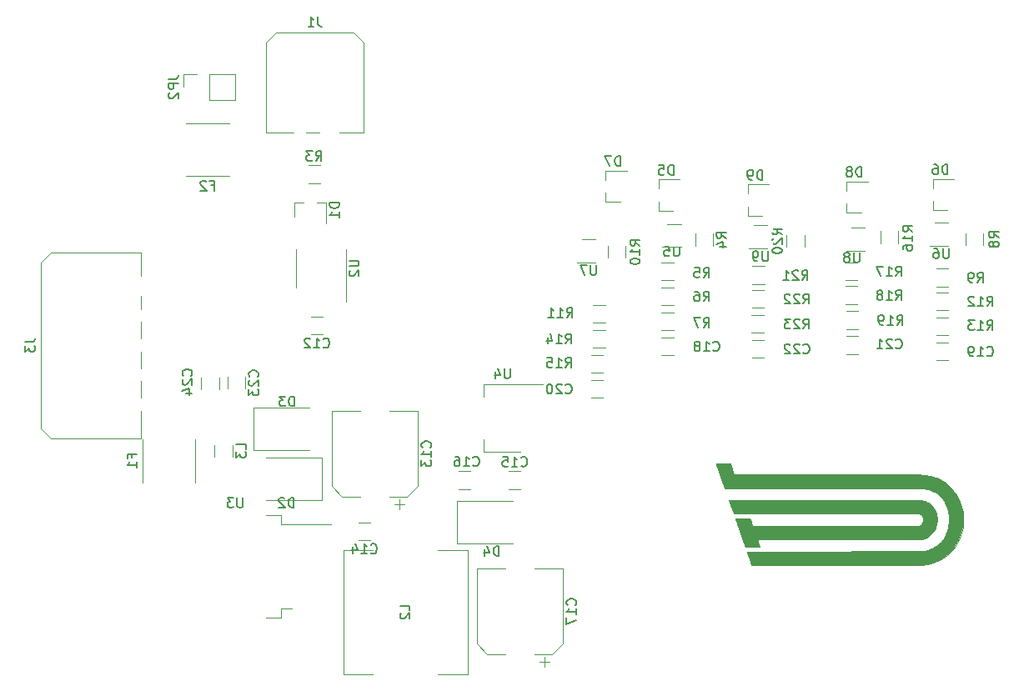
<source format=gbo>
%TF.GenerationSoftware,KiCad,Pcbnew,(5.1.6)-1*%
%TF.CreationDate,2021-05-10T23:00:48+02:00*%
%TF.ProjectId,karta_stm,6b617274-615f-4737-946d-2e6b69636164,rev?*%
%TF.SameCoordinates,Original*%
%TF.FileFunction,Legend,Bot*%
%TF.FilePolarity,Positive*%
%FSLAX46Y46*%
G04 Gerber Fmt 4.6, Leading zero omitted, Abs format (unit mm)*
G04 Created by KiCad (PCBNEW (5.1.6)-1) date 2021-05-10 23:00:48*
%MOMM*%
%LPD*%
G01*
G04 APERTURE LIST*
%ADD10C,0.010000*%
%ADD11C,0.120000*%
%ADD12C,0.150000*%
%ADD13O,1.800000X1.800000*%
%ADD14R,1.800000X1.800000*%
%ADD15O,1.600000X2.120000*%
%ADD16C,3.100000*%
%ADD17O,2.120000X1.600000*%
%ADD18C,3.300000*%
%ADD19R,9.500000X10.900000*%
%ADD20R,4.700000X1.200000*%
%ADD21R,2.100000X1.600000*%
%ADD22R,2.100000X3.900000*%
%ADD23R,0.750000X0.500000*%
%ADD24R,1.000000X0.900000*%
%ADD25R,2.600000X2.400000*%
%ADD26R,5.500000X3.000000*%
%ADD27R,0.900000X1.000000*%
G04 APERTURE END LIST*
D10*
%TO.C,G\u002A\u002A\u002A*%
G36*
X158952623Y-101592535D02*
G01*
X159073849Y-101592335D01*
X159179471Y-101591992D01*
X159270154Y-101591496D01*
X159346563Y-101590838D01*
X159409361Y-101590011D01*
X159459214Y-101589005D01*
X159496787Y-101587812D01*
X159522743Y-101586422D01*
X159537747Y-101584828D01*
X159542466Y-101583061D01*
X159539732Y-101573304D01*
X159531912Y-101549265D01*
X159519581Y-101512620D01*
X159503316Y-101465047D01*
X159483692Y-101408221D01*
X159461284Y-101343821D01*
X159436667Y-101273522D01*
X159419700Y-101225306D01*
X159393976Y-101152203D01*
X159370082Y-101084031D01*
X159348590Y-101022445D01*
X159330076Y-100969104D01*
X159315113Y-100925662D01*
X159304274Y-100893778D01*
X159298133Y-100875108D01*
X159296933Y-100870830D01*
X159305339Y-100870543D01*
X159330315Y-100870255D01*
X159371496Y-100869965D01*
X159428520Y-100869673D01*
X159501022Y-100869381D01*
X159588639Y-100869089D01*
X159691007Y-100868796D01*
X159807763Y-100868503D01*
X159938541Y-100868212D01*
X160082980Y-100867921D01*
X160240715Y-100867632D01*
X160411382Y-100867344D01*
X160594618Y-100867059D01*
X160790059Y-100866777D01*
X160997341Y-100866497D01*
X161216101Y-100866221D01*
X161445975Y-100865949D01*
X161686599Y-100865681D01*
X161937609Y-100865418D01*
X162198642Y-100865160D01*
X162469333Y-100864907D01*
X162749320Y-100864660D01*
X163038239Y-100864419D01*
X163335725Y-100864184D01*
X163641416Y-100863957D01*
X163954947Y-100863736D01*
X164275954Y-100863524D01*
X164604074Y-100863320D01*
X164938944Y-100863124D01*
X165280199Y-100862937D01*
X165627476Y-100862759D01*
X165980411Y-100862591D01*
X166338640Y-100862433D01*
X166701800Y-100862286D01*
X167069527Y-100862149D01*
X167441457Y-100862024D01*
X167520183Y-100861999D01*
X175743433Y-100859428D01*
X175850513Y-100841323D01*
X176023796Y-100806156D01*
X176184853Y-100760912D01*
X176335727Y-100704632D01*
X176478460Y-100636359D01*
X176615097Y-100555133D01*
X176747678Y-100459996D01*
X176856747Y-100369213D01*
X176985283Y-100244698D01*
X177103045Y-100108461D01*
X177209019Y-99962185D01*
X177302193Y-99807552D01*
X177381550Y-99646244D01*
X177446078Y-99479944D01*
X177494645Y-99310833D01*
X177527767Y-99136447D01*
X177546213Y-98955630D01*
X177549817Y-98770686D01*
X177543407Y-98639862D01*
X177525234Y-98467142D01*
X177498135Y-98307084D01*
X177461609Y-98157663D01*
X177415160Y-98016856D01*
X177358288Y-97882639D01*
X177355422Y-97876611D01*
X177302618Y-97772254D01*
X177249276Y-97680417D01*
X177192483Y-97596855D01*
X177129326Y-97517322D01*
X177056894Y-97437572D01*
X177047827Y-97428184D01*
X176935290Y-97321317D01*
X176817001Y-97227228D01*
X176689530Y-97143439D01*
X176549448Y-97067470D01*
X176547767Y-97066640D01*
X176440394Y-97016905D01*
X176332649Y-96973798D01*
X176221190Y-96936292D01*
X176102677Y-96903355D01*
X175973768Y-96873958D01*
X175840800Y-96848750D01*
X175734967Y-96830297D01*
X166072383Y-96828049D01*
X165668139Y-96827960D01*
X165267994Y-96827884D01*
X164872283Y-96827819D01*
X164481341Y-96827766D01*
X164095504Y-96827725D01*
X163715108Y-96827695D01*
X163340488Y-96827676D01*
X162971980Y-96827669D01*
X162609919Y-96827672D01*
X162254641Y-96827687D01*
X161906482Y-96827712D01*
X161565776Y-96827747D01*
X161232859Y-96827793D01*
X160908068Y-96827849D01*
X160591737Y-96827916D01*
X160284202Y-96827992D01*
X159985799Y-96828078D01*
X159696862Y-96828174D01*
X159417729Y-96828279D01*
X159148733Y-96828394D01*
X158890211Y-96828518D01*
X158642499Y-96828651D01*
X158405931Y-96828793D01*
X158180843Y-96828944D01*
X157967572Y-96829103D01*
X157766452Y-96829271D01*
X157577818Y-96829448D01*
X157402007Y-96829632D01*
X157239355Y-96829825D01*
X157090195Y-96830026D01*
X156954865Y-96830234D01*
X156833700Y-96830450D01*
X156727034Y-96830673D01*
X156635204Y-96830904D01*
X156558546Y-96831142D01*
X156497394Y-96831388D01*
X156452085Y-96831640D01*
X156422953Y-96831898D01*
X156410335Y-96832164D01*
X156409800Y-96832232D01*
X156412555Y-96841008D01*
X156420546Y-96864578D01*
X156433365Y-96901769D01*
X156450601Y-96951412D01*
X156471846Y-97012334D01*
X156496690Y-97083365D01*
X156524722Y-97163334D01*
X156555535Y-97251068D01*
X156588718Y-97345398D01*
X156623862Y-97445153D01*
X156650329Y-97520182D01*
X156890858Y-98201700D01*
X166274812Y-98205933D01*
X175658767Y-98210166D01*
X175722267Y-98228356D01*
X175815371Y-98261261D01*
X175895341Y-98303177D01*
X175962520Y-98354657D01*
X176017249Y-98416253D01*
X176059872Y-98488519D01*
X176090732Y-98572008D01*
X176110170Y-98667272D01*
X176118531Y-98774866D01*
X176117640Y-98866333D01*
X176106494Y-98982445D01*
X176083326Y-99086635D01*
X176048128Y-99178913D01*
X176000893Y-99259289D01*
X175941616Y-99327773D01*
X175870288Y-99384374D01*
X175786902Y-99429101D01*
X175696702Y-99460552D01*
X175624900Y-99480166D01*
X158803370Y-99480166D01*
X158661490Y-99078000D01*
X158519610Y-98675833D01*
X157790671Y-98673669D01*
X157658169Y-98673368D01*
X157537331Y-98673281D01*
X157428754Y-98673403D01*
X157333030Y-98673730D01*
X157250754Y-98674257D01*
X157182521Y-98674979D01*
X157128923Y-98675892D01*
X157090555Y-98676990D01*
X157068012Y-98678269D01*
X157061733Y-98679518D01*
X157064510Y-98688220D01*
X157072650Y-98712077D01*
X157085870Y-98750282D01*
X157103886Y-98802025D01*
X157126414Y-98866500D01*
X157153170Y-98942897D01*
X157183869Y-99030409D01*
X157218229Y-99128227D01*
X157255964Y-99235542D01*
X157296792Y-99351548D01*
X157340427Y-99475435D01*
X157386587Y-99606396D01*
X157434987Y-99743621D01*
X157485343Y-99886304D01*
X157537371Y-100033635D01*
X157562259Y-100104082D01*
X157615161Y-100253804D01*
X157666650Y-100399536D01*
X157716435Y-100540449D01*
X157764222Y-100675713D01*
X157809717Y-100804497D01*
X157852628Y-100925973D01*
X157892661Y-101039310D01*
X157929525Y-101143679D01*
X157962925Y-101238250D01*
X157992568Y-101322193D01*
X158018162Y-101394679D01*
X158039413Y-101454878D01*
X158056029Y-101501961D01*
X158067716Y-101535097D01*
X158074181Y-101553457D01*
X158075288Y-101556617D01*
X158087792Y-101592600D01*
X158815129Y-101592600D01*
X158952623Y-101592535D01*
G37*
X158952623Y-101592535D02*
X159073849Y-101592335D01*
X159179471Y-101591992D01*
X159270154Y-101591496D01*
X159346563Y-101590838D01*
X159409361Y-101590011D01*
X159459214Y-101589005D01*
X159496787Y-101587812D01*
X159522743Y-101586422D01*
X159537747Y-101584828D01*
X159542466Y-101583061D01*
X159539732Y-101573304D01*
X159531912Y-101549265D01*
X159519581Y-101512620D01*
X159503316Y-101465047D01*
X159483692Y-101408221D01*
X159461284Y-101343821D01*
X159436667Y-101273522D01*
X159419700Y-101225306D01*
X159393976Y-101152203D01*
X159370082Y-101084031D01*
X159348590Y-101022445D01*
X159330076Y-100969104D01*
X159315113Y-100925662D01*
X159304274Y-100893778D01*
X159298133Y-100875108D01*
X159296933Y-100870830D01*
X159305339Y-100870543D01*
X159330315Y-100870255D01*
X159371496Y-100869965D01*
X159428520Y-100869673D01*
X159501022Y-100869381D01*
X159588639Y-100869089D01*
X159691007Y-100868796D01*
X159807763Y-100868503D01*
X159938541Y-100868212D01*
X160082980Y-100867921D01*
X160240715Y-100867632D01*
X160411382Y-100867344D01*
X160594618Y-100867059D01*
X160790059Y-100866777D01*
X160997341Y-100866497D01*
X161216101Y-100866221D01*
X161445975Y-100865949D01*
X161686599Y-100865681D01*
X161937609Y-100865418D01*
X162198642Y-100865160D01*
X162469333Y-100864907D01*
X162749320Y-100864660D01*
X163038239Y-100864419D01*
X163335725Y-100864184D01*
X163641416Y-100863957D01*
X163954947Y-100863736D01*
X164275954Y-100863524D01*
X164604074Y-100863320D01*
X164938944Y-100863124D01*
X165280199Y-100862937D01*
X165627476Y-100862759D01*
X165980411Y-100862591D01*
X166338640Y-100862433D01*
X166701800Y-100862286D01*
X167069527Y-100862149D01*
X167441457Y-100862024D01*
X167520183Y-100861999D01*
X175743433Y-100859428D01*
X175850513Y-100841323D01*
X176023796Y-100806156D01*
X176184853Y-100760912D01*
X176335727Y-100704632D01*
X176478460Y-100636359D01*
X176615097Y-100555133D01*
X176747678Y-100459996D01*
X176856747Y-100369213D01*
X176985283Y-100244698D01*
X177103045Y-100108461D01*
X177209019Y-99962185D01*
X177302193Y-99807552D01*
X177381550Y-99646244D01*
X177446078Y-99479944D01*
X177494645Y-99310833D01*
X177527767Y-99136447D01*
X177546213Y-98955630D01*
X177549817Y-98770686D01*
X177543407Y-98639862D01*
X177525234Y-98467142D01*
X177498135Y-98307084D01*
X177461609Y-98157663D01*
X177415160Y-98016856D01*
X177358288Y-97882639D01*
X177355422Y-97876611D01*
X177302618Y-97772254D01*
X177249276Y-97680417D01*
X177192483Y-97596855D01*
X177129326Y-97517322D01*
X177056894Y-97437572D01*
X177047827Y-97428184D01*
X176935290Y-97321317D01*
X176817001Y-97227228D01*
X176689530Y-97143439D01*
X176549448Y-97067470D01*
X176547767Y-97066640D01*
X176440394Y-97016905D01*
X176332649Y-96973798D01*
X176221190Y-96936292D01*
X176102677Y-96903355D01*
X175973768Y-96873958D01*
X175840800Y-96848750D01*
X175734967Y-96830297D01*
X166072383Y-96828049D01*
X165668139Y-96827960D01*
X165267994Y-96827884D01*
X164872283Y-96827819D01*
X164481341Y-96827766D01*
X164095504Y-96827725D01*
X163715108Y-96827695D01*
X163340488Y-96827676D01*
X162971980Y-96827669D01*
X162609919Y-96827672D01*
X162254641Y-96827687D01*
X161906482Y-96827712D01*
X161565776Y-96827747D01*
X161232859Y-96827793D01*
X160908068Y-96827849D01*
X160591737Y-96827916D01*
X160284202Y-96827992D01*
X159985799Y-96828078D01*
X159696862Y-96828174D01*
X159417729Y-96828279D01*
X159148733Y-96828394D01*
X158890211Y-96828518D01*
X158642499Y-96828651D01*
X158405931Y-96828793D01*
X158180843Y-96828944D01*
X157967572Y-96829103D01*
X157766452Y-96829271D01*
X157577818Y-96829448D01*
X157402007Y-96829632D01*
X157239355Y-96829825D01*
X157090195Y-96830026D01*
X156954865Y-96830234D01*
X156833700Y-96830450D01*
X156727034Y-96830673D01*
X156635204Y-96830904D01*
X156558546Y-96831142D01*
X156497394Y-96831388D01*
X156452085Y-96831640D01*
X156422953Y-96831898D01*
X156410335Y-96832164D01*
X156409800Y-96832232D01*
X156412555Y-96841008D01*
X156420546Y-96864578D01*
X156433365Y-96901769D01*
X156450601Y-96951412D01*
X156471846Y-97012334D01*
X156496690Y-97083365D01*
X156524722Y-97163334D01*
X156555535Y-97251068D01*
X156588718Y-97345398D01*
X156623862Y-97445153D01*
X156650329Y-97520182D01*
X156890858Y-98201700D01*
X166274812Y-98205933D01*
X175658767Y-98210166D01*
X175722267Y-98228356D01*
X175815371Y-98261261D01*
X175895341Y-98303177D01*
X175962520Y-98354657D01*
X176017249Y-98416253D01*
X176059872Y-98488519D01*
X176090732Y-98572008D01*
X176110170Y-98667272D01*
X176118531Y-98774866D01*
X176117640Y-98866333D01*
X176106494Y-98982445D01*
X176083326Y-99086635D01*
X176048128Y-99178913D01*
X176000893Y-99259289D01*
X175941616Y-99327773D01*
X175870288Y-99384374D01*
X175786902Y-99429101D01*
X175696702Y-99460552D01*
X175624900Y-99480166D01*
X158803370Y-99480166D01*
X158661490Y-99078000D01*
X158519610Y-98675833D01*
X157790671Y-98673669D01*
X157658169Y-98673368D01*
X157537331Y-98673281D01*
X157428754Y-98673403D01*
X157333030Y-98673730D01*
X157250754Y-98674257D01*
X157182521Y-98674979D01*
X157128923Y-98675892D01*
X157090555Y-98676990D01*
X157068012Y-98678269D01*
X157061733Y-98679518D01*
X157064510Y-98688220D01*
X157072650Y-98712077D01*
X157085870Y-98750282D01*
X157103886Y-98802025D01*
X157126414Y-98866500D01*
X157153170Y-98942897D01*
X157183869Y-99030409D01*
X157218229Y-99128227D01*
X157255964Y-99235542D01*
X157296792Y-99351548D01*
X157340427Y-99475435D01*
X157386587Y-99606396D01*
X157434987Y-99743621D01*
X157485343Y-99886304D01*
X157537371Y-100033635D01*
X157562259Y-100104082D01*
X157615161Y-100253804D01*
X157666650Y-100399536D01*
X157716435Y-100540449D01*
X157764222Y-100675713D01*
X157809717Y-100804497D01*
X157852628Y-100925973D01*
X157892661Y-101039310D01*
X157929525Y-101143679D01*
X157962925Y-101238250D01*
X157992568Y-101322193D01*
X158018162Y-101394679D01*
X158039413Y-101454878D01*
X158056029Y-101501961D01*
X158067716Y-101535097D01*
X158074181Y-101553457D01*
X158075288Y-101556617D01*
X158087792Y-101592600D01*
X158815129Y-101592600D01*
X158952623Y-101592535D01*
G36*
X171114164Y-103437305D02*
G01*
X171470356Y-103437285D01*
X171811264Y-103437245D01*
X172137053Y-103437186D01*
X172447888Y-103437108D01*
X172743933Y-103437010D01*
X173025355Y-103436893D01*
X173292317Y-103436756D01*
X173544985Y-103436600D01*
X173783523Y-103436423D01*
X174008098Y-103436226D01*
X174218872Y-103436009D01*
X174416012Y-103435772D01*
X174599683Y-103435514D01*
X174770048Y-103435236D01*
X174927274Y-103434937D01*
X175071525Y-103434617D01*
X175202967Y-103434276D01*
X175321763Y-103433914D01*
X175428079Y-103433531D01*
X175522080Y-103433127D01*
X175603932Y-103432701D01*
X175673798Y-103432253D01*
X175731843Y-103431784D01*
X175778234Y-103431292D01*
X175813134Y-103430779D01*
X175836708Y-103430244D01*
X175845033Y-103429934D01*
X176123540Y-103411220D01*
X176389480Y-103381985D01*
X176643853Y-103341842D01*
X176887659Y-103290404D01*
X177121898Y-103227285D01*
X177347569Y-103152098D01*
X177565671Y-103064455D01*
X177777205Y-102963970D01*
X177983169Y-102850257D01*
X178184564Y-102722928D01*
X178382389Y-102581596D01*
X178577643Y-102425875D01*
X178689833Y-102329054D01*
X178745325Y-102278218D01*
X178808260Y-102217825D01*
X178875548Y-102151052D01*
X178944101Y-102081075D01*
X179010826Y-102011072D01*
X179072636Y-101944219D01*
X179126438Y-101883692D01*
X179150489Y-101855458D01*
X179322359Y-101636755D01*
X179479706Y-101409571D01*
X179622393Y-101174361D01*
X179750283Y-100931578D01*
X179863238Y-100681674D01*
X179961120Y-100425104D01*
X180043793Y-100162320D01*
X180111118Y-99893775D01*
X180162959Y-99619924D01*
X180199178Y-99341219D01*
X180219638Y-99058114D01*
X180224201Y-98771062D01*
X180212729Y-98480515D01*
X180204855Y-98377549D01*
X180172123Y-98091310D01*
X180123755Y-97811528D01*
X180059758Y-97538226D01*
X179980139Y-97271431D01*
X179884905Y-97011166D01*
X179774062Y-96757454D01*
X179718282Y-96643833D01*
X179592153Y-96412257D01*
X179454802Y-96192189D01*
X179305068Y-95982038D01*
X179141788Y-95780213D01*
X178963800Y-95585123D01*
X178891538Y-95511899D01*
X178790362Y-95413716D01*
X178695086Y-95326253D01*
X178601876Y-95246376D01*
X178506895Y-95170951D01*
X178406310Y-95096842D01*
X178296284Y-95020916D01*
X178266500Y-95001048D01*
X178072334Y-94879207D01*
X177878732Y-94771959D01*
X177682002Y-94677508D01*
X177478456Y-94594056D01*
X177305533Y-94533119D01*
X177166507Y-94488678D01*
X177035360Y-94449626D01*
X176909264Y-94415399D01*
X176785385Y-94385434D01*
X176660893Y-94359165D01*
X176532957Y-94336028D01*
X176398745Y-94315459D01*
X176255427Y-94296894D01*
X176100171Y-94279768D01*
X175972033Y-94267329D01*
X175962397Y-94266782D01*
X175945339Y-94266250D01*
X175920628Y-94265731D01*
X175888033Y-94265225D01*
X175847324Y-94264733D01*
X175798270Y-94264254D01*
X175740641Y-94263787D01*
X175674205Y-94263333D01*
X175598733Y-94262890D01*
X175513993Y-94262458D01*
X175419754Y-94262038D01*
X175315787Y-94261628D01*
X175201859Y-94261229D01*
X175077742Y-94260839D01*
X174943203Y-94260460D01*
X174798013Y-94260089D01*
X174641940Y-94259727D01*
X174474755Y-94259374D01*
X174296225Y-94259029D01*
X174106122Y-94258692D01*
X173904213Y-94258362D01*
X173690268Y-94258039D01*
X173464057Y-94257724D01*
X173225348Y-94257414D01*
X172973912Y-94257111D01*
X172709517Y-94256813D01*
X172431934Y-94256520D01*
X172140930Y-94256233D01*
X171836276Y-94255950D01*
X171517740Y-94255671D01*
X171185093Y-94255396D01*
X170838103Y-94255125D01*
X170476540Y-94254856D01*
X170100172Y-94254591D01*
X169708771Y-94254328D01*
X169302103Y-94254067D01*
X168879940Y-94253808D01*
X168442050Y-94253550D01*
X167988203Y-94253293D01*
X167518168Y-94253037D01*
X167031714Y-94252781D01*
X166528611Y-94252525D01*
X166410047Y-94252466D01*
X156958128Y-94247767D01*
X156572672Y-93155567D01*
X155839448Y-93153403D01*
X155106223Y-93151240D01*
X155138370Y-93242303D01*
X155144969Y-93260997D01*
X155156856Y-93294671D01*
X155173683Y-93342337D01*
X155195101Y-93403009D01*
X155220761Y-93475699D01*
X155250315Y-93559420D01*
X155283415Y-93653183D01*
X155319711Y-93756002D01*
X155358855Y-93866889D01*
X155400499Y-93984857D01*
X155444294Y-94108918D01*
X155489891Y-94238085D01*
X155536942Y-94371371D01*
X155576227Y-94482656D01*
X155981938Y-95631946D01*
X165972752Y-95634348D01*
X166469181Y-95634468D01*
X166948964Y-95634586D01*
X167412388Y-95634703D01*
X167859740Y-95634818D01*
X168291306Y-95634933D01*
X168707374Y-95635048D01*
X169108231Y-95635164D01*
X169494165Y-95635280D01*
X169865461Y-95635398D01*
X170222407Y-95635517D01*
X170565291Y-95635639D01*
X170894399Y-95635764D01*
X171210018Y-95635892D01*
X171512435Y-95636024D01*
X171801937Y-95636160D01*
X172078812Y-95636302D01*
X172343347Y-95636448D01*
X172595828Y-95636600D01*
X172836542Y-95636758D01*
X173065777Y-95636923D01*
X173283820Y-95637096D01*
X173490957Y-95637276D01*
X173687476Y-95637464D01*
X173873664Y-95637661D01*
X174049807Y-95637867D01*
X174216194Y-95638083D01*
X174373110Y-95638309D01*
X174520844Y-95638545D01*
X174659681Y-95638793D01*
X174789909Y-95639052D01*
X174911816Y-95639324D01*
X175025688Y-95639608D01*
X175131811Y-95639905D01*
X175230475Y-95640215D01*
X175321964Y-95640540D01*
X175406567Y-95640879D01*
X175484570Y-95641233D01*
X175556261Y-95641603D01*
X175621926Y-95641988D01*
X175681852Y-95642390D01*
X175736327Y-95642809D01*
X175785638Y-95643246D01*
X175830072Y-95643700D01*
X175869915Y-95644173D01*
X175905455Y-95644665D01*
X175936979Y-95645176D01*
X175964774Y-95645707D01*
X175989126Y-95646258D01*
X176010324Y-95646830D01*
X176028653Y-95647424D01*
X176044402Y-95648039D01*
X176057857Y-95648677D01*
X176069305Y-95649337D01*
X176079033Y-95650021D01*
X176087329Y-95650728D01*
X176094478Y-95651460D01*
X176094800Y-95651496D01*
X176226395Y-95667857D01*
X176345120Y-95686137D01*
X176455004Y-95707116D01*
X176560071Y-95731574D01*
X176664348Y-95760290D01*
X176679000Y-95764660D01*
X176890549Y-95835744D01*
X177090063Y-95918233D01*
X177278528Y-96012705D01*
X177456928Y-96119739D01*
X177626248Y-96239912D01*
X177787473Y-96373803D01*
X177903065Y-96482966D01*
X177967719Y-96548332D01*
X178022545Y-96606373D01*
X178070585Y-96660771D01*
X178114883Y-96715205D01*
X178158481Y-96773354D01*
X178204421Y-96838900D01*
X178235621Y-96885174D01*
X178343869Y-97062581D01*
X178439421Y-97250982D01*
X178522208Y-97450089D01*
X178592162Y-97659614D01*
X178649213Y-97879269D01*
X178693292Y-98108765D01*
X178724330Y-98347813D01*
X178742258Y-98596125D01*
X178747006Y-98853413D01*
X178743716Y-99006033D01*
X178727816Y-99254537D01*
X178698256Y-99494838D01*
X178655171Y-99726579D01*
X178598698Y-99949407D01*
X178528973Y-100162967D01*
X178446132Y-100366903D01*
X178350312Y-100560860D01*
X178241650Y-100744485D01*
X178120281Y-100917420D01*
X177986342Y-101079313D01*
X177919684Y-101150869D01*
X177783287Y-101283322D01*
X177642209Y-101402901D01*
X177493655Y-101511626D01*
X177334830Y-101611515D01*
X177162941Y-101704587D01*
X177131967Y-101720001D01*
X176957737Y-101799803D01*
X176782311Y-101868081D01*
X176602912Y-101925629D01*
X176416764Y-101973245D01*
X176221090Y-102011723D01*
X176013113Y-102041859D01*
X176005900Y-102042734D01*
X175997635Y-102043299D01*
X175982201Y-102043847D01*
X175959353Y-102044378D01*
X175928849Y-102044893D01*
X175890447Y-102045392D01*
X175843903Y-102045875D01*
X175788976Y-102046342D01*
X175725422Y-102046795D01*
X175652999Y-102047233D01*
X175571464Y-102047657D01*
X175480574Y-102048067D01*
X175380086Y-102048464D01*
X175269759Y-102048847D01*
X175149349Y-102049217D01*
X175018613Y-102049575D01*
X174877309Y-102049920D01*
X174725194Y-102050254D01*
X174562025Y-102050577D01*
X174387561Y-102050888D01*
X174201557Y-102051188D01*
X174003771Y-102051479D01*
X173793961Y-102051759D01*
X173571883Y-102052029D01*
X173337296Y-102052290D01*
X173089957Y-102052542D01*
X172829622Y-102052785D01*
X172556049Y-102053020D01*
X172268995Y-102053248D01*
X171968218Y-102053467D01*
X171653475Y-102053680D01*
X171324524Y-102053885D01*
X170981120Y-102054084D01*
X170623023Y-102054277D01*
X170249989Y-102054464D01*
X169861775Y-102054645D01*
X169458138Y-102054822D01*
X169038837Y-102054993D01*
X168603628Y-102055160D01*
X168152269Y-102055324D01*
X167684517Y-102055483D01*
X167200129Y-102055639D01*
X167088383Y-102055674D01*
X166701973Y-102055800D01*
X166319676Y-102055936D01*
X165941845Y-102056083D01*
X165568829Y-102056239D01*
X165200980Y-102056405D01*
X164838648Y-102056580D01*
X164482185Y-102056764D01*
X164131942Y-102056956D01*
X163788269Y-102057157D01*
X163451518Y-102057365D01*
X163122039Y-102057581D01*
X162800184Y-102057803D01*
X162486303Y-102058032D01*
X162180746Y-102058268D01*
X161883867Y-102058509D01*
X161596014Y-102058756D01*
X161317539Y-102059008D01*
X161048793Y-102059265D01*
X160790128Y-102059527D01*
X160541893Y-102059792D01*
X160304440Y-102060062D01*
X160078119Y-102060335D01*
X159863283Y-102060610D01*
X159660281Y-102060889D01*
X159469465Y-102061170D01*
X159291185Y-102061452D01*
X159125793Y-102061737D01*
X158973639Y-102062022D01*
X158835074Y-102062309D01*
X158710450Y-102062596D01*
X158600117Y-102062883D01*
X158504427Y-102063170D01*
X158423729Y-102063457D01*
X158358376Y-102063742D01*
X158308717Y-102064026D01*
X158275105Y-102064309D01*
X158257889Y-102064589D01*
X158255533Y-102064737D01*
X158258288Y-102073497D01*
X158266279Y-102097051D01*
X158279097Y-102134227D01*
X158296333Y-102183855D01*
X158317578Y-102244764D01*
X158342420Y-102315783D01*
X158370453Y-102395740D01*
X158401265Y-102483466D01*
X158434447Y-102577789D01*
X158469590Y-102677538D01*
X158496062Y-102752582D01*
X158736591Y-103434100D01*
X167193445Y-103436655D01*
X167694615Y-103436800D01*
X168179016Y-103436927D01*
X168646814Y-103437036D01*
X169098173Y-103437127D01*
X169533259Y-103437200D01*
X169952236Y-103437254D01*
X170355269Y-103437290D01*
X170742523Y-103437307D01*
X171114164Y-103437305D01*
G37*
X171114164Y-103437305D02*
X171470356Y-103437285D01*
X171811264Y-103437245D01*
X172137053Y-103437186D01*
X172447888Y-103437108D01*
X172743933Y-103437010D01*
X173025355Y-103436893D01*
X173292317Y-103436756D01*
X173544985Y-103436600D01*
X173783523Y-103436423D01*
X174008098Y-103436226D01*
X174218872Y-103436009D01*
X174416012Y-103435772D01*
X174599683Y-103435514D01*
X174770048Y-103435236D01*
X174927274Y-103434937D01*
X175071525Y-103434617D01*
X175202967Y-103434276D01*
X175321763Y-103433914D01*
X175428079Y-103433531D01*
X175522080Y-103433127D01*
X175603932Y-103432701D01*
X175673798Y-103432253D01*
X175731843Y-103431784D01*
X175778234Y-103431292D01*
X175813134Y-103430779D01*
X175836708Y-103430244D01*
X175845033Y-103429934D01*
X176123540Y-103411220D01*
X176389480Y-103381985D01*
X176643853Y-103341842D01*
X176887659Y-103290404D01*
X177121898Y-103227285D01*
X177347569Y-103152098D01*
X177565671Y-103064455D01*
X177777205Y-102963970D01*
X177983169Y-102850257D01*
X178184564Y-102722928D01*
X178382389Y-102581596D01*
X178577643Y-102425875D01*
X178689833Y-102329054D01*
X178745325Y-102278218D01*
X178808260Y-102217825D01*
X178875548Y-102151052D01*
X178944101Y-102081075D01*
X179010826Y-102011072D01*
X179072636Y-101944219D01*
X179126438Y-101883692D01*
X179150489Y-101855458D01*
X179322359Y-101636755D01*
X179479706Y-101409571D01*
X179622393Y-101174361D01*
X179750283Y-100931578D01*
X179863238Y-100681674D01*
X179961120Y-100425104D01*
X180043793Y-100162320D01*
X180111118Y-99893775D01*
X180162959Y-99619924D01*
X180199178Y-99341219D01*
X180219638Y-99058114D01*
X180224201Y-98771062D01*
X180212729Y-98480515D01*
X180204855Y-98377549D01*
X180172123Y-98091310D01*
X180123755Y-97811528D01*
X180059758Y-97538226D01*
X179980139Y-97271431D01*
X179884905Y-97011166D01*
X179774062Y-96757454D01*
X179718282Y-96643833D01*
X179592153Y-96412257D01*
X179454802Y-96192189D01*
X179305068Y-95982038D01*
X179141788Y-95780213D01*
X178963800Y-95585123D01*
X178891538Y-95511899D01*
X178790362Y-95413716D01*
X178695086Y-95326253D01*
X178601876Y-95246376D01*
X178506895Y-95170951D01*
X178406310Y-95096842D01*
X178296284Y-95020916D01*
X178266500Y-95001048D01*
X178072334Y-94879207D01*
X177878732Y-94771959D01*
X177682002Y-94677508D01*
X177478456Y-94594056D01*
X177305533Y-94533119D01*
X177166507Y-94488678D01*
X177035360Y-94449626D01*
X176909264Y-94415399D01*
X176785385Y-94385434D01*
X176660893Y-94359165D01*
X176532957Y-94336028D01*
X176398745Y-94315459D01*
X176255427Y-94296894D01*
X176100171Y-94279768D01*
X175972033Y-94267329D01*
X175962397Y-94266782D01*
X175945339Y-94266250D01*
X175920628Y-94265731D01*
X175888033Y-94265225D01*
X175847324Y-94264733D01*
X175798270Y-94264254D01*
X175740641Y-94263787D01*
X175674205Y-94263333D01*
X175598733Y-94262890D01*
X175513993Y-94262458D01*
X175419754Y-94262038D01*
X175315787Y-94261628D01*
X175201859Y-94261229D01*
X175077742Y-94260839D01*
X174943203Y-94260460D01*
X174798013Y-94260089D01*
X174641940Y-94259727D01*
X174474755Y-94259374D01*
X174296225Y-94259029D01*
X174106122Y-94258692D01*
X173904213Y-94258362D01*
X173690268Y-94258039D01*
X173464057Y-94257724D01*
X173225348Y-94257414D01*
X172973912Y-94257111D01*
X172709517Y-94256813D01*
X172431934Y-94256520D01*
X172140930Y-94256233D01*
X171836276Y-94255950D01*
X171517740Y-94255671D01*
X171185093Y-94255396D01*
X170838103Y-94255125D01*
X170476540Y-94254856D01*
X170100172Y-94254591D01*
X169708771Y-94254328D01*
X169302103Y-94254067D01*
X168879940Y-94253808D01*
X168442050Y-94253550D01*
X167988203Y-94253293D01*
X167518168Y-94253037D01*
X167031714Y-94252781D01*
X166528611Y-94252525D01*
X166410047Y-94252466D01*
X156958128Y-94247767D01*
X156572672Y-93155567D01*
X155839448Y-93153403D01*
X155106223Y-93151240D01*
X155138370Y-93242303D01*
X155144969Y-93260997D01*
X155156856Y-93294671D01*
X155173683Y-93342337D01*
X155195101Y-93403009D01*
X155220761Y-93475699D01*
X155250315Y-93559420D01*
X155283415Y-93653183D01*
X155319711Y-93756002D01*
X155358855Y-93866889D01*
X155400499Y-93984857D01*
X155444294Y-94108918D01*
X155489891Y-94238085D01*
X155536942Y-94371371D01*
X155576227Y-94482656D01*
X155981938Y-95631946D01*
X165972752Y-95634348D01*
X166469181Y-95634468D01*
X166948964Y-95634586D01*
X167412388Y-95634703D01*
X167859740Y-95634818D01*
X168291306Y-95634933D01*
X168707374Y-95635048D01*
X169108231Y-95635164D01*
X169494165Y-95635280D01*
X169865461Y-95635398D01*
X170222407Y-95635517D01*
X170565291Y-95635639D01*
X170894399Y-95635764D01*
X171210018Y-95635892D01*
X171512435Y-95636024D01*
X171801937Y-95636160D01*
X172078812Y-95636302D01*
X172343347Y-95636448D01*
X172595828Y-95636600D01*
X172836542Y-95636758D01*
X173065777Y-95636923D01*
X173283820Y-95637096D01*
X173490957Y-95637276D01*
X173687476Y-95637464D01*
X173873664Y-95637661D01*
X174049807Y-95637867D01*
X174216194Y-95638083D01*
X174373110Y-95638309D01*
X174520844Y-95638545D01*
X174659681Y-95638793D01*
X174789909Y-95639052D01*
X174911816Y-95639324D01*
X175025688Y-95639608D01*
X175131811Y-95639905D01*
X175230475Y-95640215D01*
X175321964Y-95640540D01*
X175406567Y-95640879D01*
X175484570Y-95641233D01*
X175556261Y-95641603D01*
X175621926Y-95641988D01*
X175681852Y-95642390D01*
X175736327Y-95642809D01*
X175785638Y-95643246D01*
X175830072Y-95643700D01*
X175869915Y-95644173D01*
X175905455Y-95644665D01*
X175936979Y-95645176D01*
X175964774Y-95645707D01*
X175989126Y-95646258D01*
X176010324Y-95646830D01*
X176028653Y-95647424D01*
X176044402Y-95648039D01*
X176057857Y-95648677D01*
X176069305Y-95649337D01*
X176079033Y-95650021D01*
X176087329Y-95650728D01*
X176094478Y-95651460D01*
X176094800Y-95651496D01*
X176226395Y-95667857D01*
X176345120Y-95686137D01*
X176455004Y-95707116D01*
X176560071Y-95731574D01*
X176664348Y-95760290D01*
X176679000Y-95764660D01*
X176890549Y-95835744D01*
X177090063Y-95918233D01*
X177278528Y-96012705D01*
X177456928Y-96119739D01*
X177626248Y-96239912D01*
X177787473Y-96373803D01*
X177903065Y-96482966D01*
X177967719Y-96548332D01*
X178022545Y-96606373D01*
X178070585Y-96660771D01*
X178114883Y-96715205D01*
X178158481Y-96773354D01*
X178204421Y-96838900D01*
X178235621Y-96885174D01*
X178343869Y-97062581D01*
X178439421Y-97250982D01*
X178522208Y-97450089D01*
X178592162Y-97659614D01*
X178649213Y-97879269D01*
X178693292Y-98108765D01*
X178724330Y-98347813D01*
X178742258Y-98596125D01*
X178747006Y-98853413D01*
X178743716Y-99006033D01*
X178727816Y-99254537D01*
X178698256Y-99494838D01*
X178655171Y-99726579D01*
X178598698Y-99949407D01*
X178528973Y-100162967D01*
X178446132Y-100366903D01*
X178350312Y-100560860D01*
X178241650Y-100744485D01*
X178120281Y-100917420D01*
X177986342Y-101079313D01*
X177919684Y-101150869D01*
X177783287Y-101283322D01*
X177642209Y-101402901D01*
X177493655Y-101511626D01*
X177334830Y-101611515D01*
X177162941Y-101704587D01*
X177131967Y-101720001D01*
X176957737Y-101799803D01*
X176782311Y-101868081D01*
X176602912Y-101925629D01*
X176416764Y-101973245D01*
X176221090Y-102011723D01*
X176013113Y-102041859D01*
X176005900Y-102042734D01*
X175997635Y-102043299D01*
X175982201Y-102043847D01*
X175959353Y-102044378D01*
X175928849Y-102044893D01*
X175890447Y-102045392D01*
X175843903Y-102045875D01*
X175788976Y-102046342D01*
X175725422Y-102046795D01*
X175652999Y-102047233D01*
X175571464Y-102047657D01*
X175480574Y-102048067D01*
X175380086Y-102048464D01*
X175269759Y-102048847D01*
X175149349Y-102049217D01*
X175018613Y-102049575D01*
X174877309Y-102049920D01*
X174725194Y-102050254D01*
X174562025Y-102050577D01*
X174387561Y-102050888D01*
X174201557Y-102051188D01*
X174003771Y-102051479D01*
X173793961Y-102051759D01*
X173571883Y-102052029D01*
X173337296Y-102052290D01*
X173089957Y-102052542D01*
X172829622Y-102052785D01*
X172556049Y-102053020D01*
X172268995Y-102053248D01*
X171968218Y-102053467D01*
X171653475Y-102053680D01*
X171324524Y-102053885D01*
X170981120Y-102054084D01*
X170623023Y-102054277D01*
X170249989Y-102054464D01*
X169861775Y-102054645D01*
X169458138Y-102054822D01*
X169038837Y-102054993D01*
X168603628Y-102055160D01*
X168152269Y-102055324D01*
X167684517Y-102055483D01*
X167200129Y-102055639D01*
X167088383Y-102055674D01*
X166701973Y-102055800D01*
X166319676Y-102055936D01*
X165941845Y-102056083D01*
X165568829Y-102056239D01*
X165200980Y-102056405D01*
X164838648Y-102056580D01*
X164482185Y-102056764D01*
X164131942Y-102056956D01*
X163788269Y-102057157D01*
X163451518Y-102057365D01*
X163122039Y-102057581D01*
X162800184Y-102057803D01*
X162486303Y-102058032D01*
X162180746Y-102058268D01*
X161883867Y-102058509D01*
X161596014Y-102058756D01*
X161317539Y-102059008D01*
X161048793Y-102059265D01*
X160790128Y-102059527D01*
X160541893Y-102059792D01*
X160304440Y-102060062D01*
X160078119Y-102060335D01*
X159863283Y-102060610D01*
X159660281Y-102060889D01*
X159469465Y-102061170D01*
X159291185Y-102061452D01*
X159125793Y-102061737D01*
X158973639Y-102062022D01*
X158835074Y-102062309D01*
X158710450Y-102062596D01*
X158600117Y-102062883D01*
X158504427Y-102063170D01*
X158423729Y-102063457D01*
X158358376Y-102063742D01*
X158308717Y-102064026D01*
X158275105Y-102064309D01*
X158257889Y-102064589D01*
X158255533Y-102064737D01*
X158258288Y-102073497D01*
X158266279Y-102097051D01*
X158279097Y-102134227D01*
X158296333Y-102183855D01*
X158317578Y-102244764D01*
X158342420Y-102315783D01*
X158370453Y-102395740D01*
X158401265Y-102483466D01*
X158434447Y-102577789D01*
X158469590Y-102677538D01*
X158496062Y-102752582D01*
X158736591Y-103434100D01*
X167193445Y-103436655D01*
X167694615Y-103436800D01*
X168179016Y-103436927D01*
X168646814Y-103437036D01*
X169098173Y-103437127D01*
X169533259Y-103437200D01*
X169952236Y-103437254D01*
X170355269Y-103437290D01*
X170742523Y-103437307D01*
X171114164Y-103437305D01*
D11*
%TO.C,L3*%
X106015200Y-92432264D02*
X106015200Y-91228136D01*
X104195200Y-92432264D02*
X104195200Y-91228136D01*
%TO.C,J3*%
X96723000Y-84764767D02*
X96723000Y-86461233D01*
X96723000Y-81764767D02*
X96723000Y-83461233D01*
X96723000Y-78764767D02*
X96723000Y-80461233D01*
X96723000Y-76123000D02*
X96723000Y-77461233D01*
X96723000Y-90548000D02*
X96723000Y-87764767D01*
X96723000Y-71678000D02*
X96723000Y-74103000D01*
X87603000Y-90548000D02*
X96723000Y-90548000D01*
X86603000Y-89548000D02*
X87603000Y-90548000D01*
X86603000Y-72678000D02*
X86603000Y-89548000D01*
X87603000Y-71678000D02*
X86603000Y-72678000D01*
X96723000Y-71678000D02*
X87603000Y-71678000D01*
%TO.C,J1*%
X114864800Y-59510000D02*
X113526567Y-59510000D01*
X109439800Y-59510000D02*
X112223033Y-59510000D01*
X119309800Y-59510000D02*
X116884800Y-59510000D01*
X109439800Y-50390000D02*
X109439800Y-59510000D01*
X110439800Y-49390000D02*
X109439800Y-50390000D01*
X118309800Y-49390000D02*
X110439800Y-49390000D01*
X119309800Y-50390000D02*
X118309800Y-49390000D01*
X119309800Y-59510000D02*
X119309800Y-50390000D01*
%TO.C,C24*%
X104643600Y-85568064D02*
X104643600Y-84363936D01*
X102823600Y-85568064D02*
X102823600Y-84363936D01*
%TO.C,C23*%
X107310600Y-85536664D02*
X107310600Y-84332536D01*
X105490600Y-85536664D02*
X105490600Y-84332536D01*
%TO.C,U3*%
X110921500Y-107837500D02*
X112021500Y-107837500D01*
X110921500Y-108787500D02*
X110921500Y-107837500D01*
X109421500Y-108787500D02*
X110921500Y-108787500D01*
X110921500Y-99337500D02*
X116046500Y-99337500D01*
X110921500Y-98387500D02*
X110921500Y-99337500D01*
X109421500Y-98387500D02*
X110921500Y-98387500D01*
%TO.C,R21*%
X158819436Y-73075000D02*
X160023564Y-73075000D01*
X158819436Y-74895000D02*
X160023564Y-74895000D01*
%TO.C,C16*%
X128964936Y-93895500D02*
X130169064Y-93895500D01*
X128964936Y-95715500D02*
X130169064Y-95715500D01*
%TO.C,R23*%
X159937564Y-79848000D02*
X158733436Y-79848000D01*
X159937564Y-78028000D02*
X158733436Y-78028000D01*
%TO.C,U4*%
X137537900Y-85121300D02*
X131527900Y-85121300D01*
X135287900Y-91941300D02*
X131527900Y-91941300D01*
X131527900Y-85121300D02*
X131527900Y-86381300D01*
X131527900Y-91941300D02*
X131527900Y-90681300D01*
%TO.C,U2*%
X117561500Y-73286000D02*
X117561500Y-76736000D01*
X117561500Y-73286000D02*
X117561500Y-71336000D01*
X112441500Y-73286000D02*
X112441500Y-75236000D01*
X112441500Y-73286000D02*
X112441500Y-71336000D01*
%TO.C,R17*%
X168271436Y-72694000D02*
X169475564Y-72694000D01*
X168271436Y-74514000D02*
X169475564Y-74514000D01*
%TO.C,R13*%
X178679564Y-80102000D02*
X177475436Y-80102000D01*
X178679564Y-78282000D02*
X177475436Y-78282000D01*
%TO.C,R8*%
X182266000Y-69719436D02*
X182266000Y-70923564D01*
X180446000Y-69719436D02*
X180446000Y-70923564D01*
%TO.C,R14*%
X142640936Y-79552000D02*
X143845064Y-79552000D01*
X142640936Y-81372000D02*
X143845064Y-81372000D01*
%TO.C,R12*%
X177475436Y-75742000D02*
X178679564Y-75742000D01*
X177475436Y-77562000D02*
X178679564Y-77562000D01*
%TO.C,R16*%
X173630000Y-69538436D02*
X173630000Y-70742564D01*
X171810000Y-69538436D02*
X171810000Y-70742564D01*
%TO.C,R11*%
X142640936Y-77012000D02*
X143845064Y-77012000D01*
X142640936Y-78832000D02*
X143845064Y-78832000D01*
%TO.C,R19*%
X169535564Y-79467000D02*
X168331436Y-79467000D01*
X169535564Y-77647000D02*
X168331436Y-77647000D01*
%TO.C,R10*%
X145944000Y-70989436D02*
X145944000Y-72193564D01*
X144124000Y-70989436D02*
X144124000Y-72193564D01*
%TO.C,R15*%
X143627564Y-83912000D02*
X142423436Y-83912000D01*
X143627564Y-82092000D02*
X142423436Y-82092000D01*
%TO.C,R6*%
X149589436Y-75234000D02*
X150793564Y-75234000D01*
X149589436Y-77054000D02*
X150793564Y-77054000D01*
%TO.C,R5*%
X149589436Y-72694000D02*
X150793564Y-72694000D01*
X149589436Y-74514000D02*
X150793564Y-74514000D01*
%TO.C,R7*%
X150793564Y-79594000D02*
X149589436Y-79594000D01*
X150793564Y-77774000D02*
X149589436Y-77774000D01*
%TO.C,R18*%
X168258436Y-75107000D02*
X169462564Y-75107000D01*
X168258436Y-76927000D02*
X169462564Y-76927000D01*
%TO.C,R22*%
X158806436Y-75488000D02*
X160010564Y-75488000D01*
X158806436Y-77308000D02*
X160010564Y-77308000D01*
%TO.C,R9*%
X177475436Y-73329000D02*
X178679564Y-73329000D01*
X177475436Y-75149000D02*
X178679564Y-75149000D01*
%TO.C,R20*%
X164105000Y-69919436D02*
X164105000Y-71123564D01*
X162285000Y-69919436D02*
X162285000Y-71123564D01*
%TO.C,U6*%
X177288000Y-68675000D02*
X178688000Y-68675000D01*
X178688000Y-70995000D02*
X176788000Y-70995000D01*
%TO.C,U5*%
X150176000Y-68817000D02*
X151576000Y-68817000D01*
X151576000Y-71137000D02*
X149676000Y-71137000D01*
%TO.C,D7*%
X143909000Y-66538000D02*
X145369000Y-66538000D01*
X143909000Y-63378000D02*
X146069000Y-63378000D01*
X143909000Y-63378000D02*
X143909000Y-64308000D01*
X143909000Y-66538000D02*
X143909000Y-65608000D01*
%TO.C,D6*%
X177139000Y-67384000D02*
X178599000Y-67384000D01*
X177139000Y-64224000D02*
X179299000Y-64224000D01*
X177139000Y-64224000D02*
X177139000Y-65154000D01*
X177139000Y-67384000D02*
X177139000Y-66454000D01*
%TO.C,D9*%
X158339000Y-67940000D02*
X159799000Y-67940000D01*
X158339000Y-64780000D02*
X160499000Y-64780000D01*
X158339000Y-64780000D02*
X158339000Y-65710000D01*
X158339000Y-67940000D02*
X158339000Y-67010000D01*
%TO.C,D8*%
X168389000Y-67634000D02*
X169849000Y-67634000D01*
X168389000Y-64474000D02*
X170549000Y-64474000D01*
X168389000Y-64474000D02*
X168389000Y-65404000D01*
X168389000Y-67634000D02*
X168389000Y-66704000D01*
%TO.C,U9*%
X158939000Y-68944000D02*
X160339000Y-68944000D01*
X160339000Y-71264000D02*
X158439000Y-71264000D01*
%TO.C,U8*%
X168845000Y-69198000D02*
X170245000Y-69198000D01*
X170245000Y-71518000D02*
X168345000Y-71518000D01*
%TO.C,U7*%
X141474000Y-70356000D02*
X142874000Y-70356000D01*
X142874000Y-72676000D02*
X140974000Y-72676000D01*
%TO.C,D3*%
X115119500Y-92528500D02*
X109419500Y-92528500D01*
X115119500Y-96828500D02*
X109419500Y-96828500D01*
X115119500Y-92528500D02*
X115119500Y-96828500D01*
%TO.C,D2*%
X108137500Y-91748500D02*
X113837500Y-91748500D01*
X108137500Y-87448500D02*
X113837500Y-87448500D01*
X108137500Y-91748500D02*
X108137500Y-87448500D01*
%TO.C,C22*%
X159974064Y-82388000D02*
X158769936Y-82388000D01*
X159974064Y-80568000D02*
X158769936Y-80568000D01*
%TO.C,C21*%
X169535564Y-82007000D02*
X168331436Y-82007000D01*
X169535564Y-80187000D02*
X168331436Y-80187000D01*
%TO.C,C20*%
X143627564Y-86452000D02*
X142423436Y-86452000D01*
X143627564Y-84632000D02*
X142423436Y-84632000D01*
%TO.C,D4*%
X128784000Y-101210000D02*
X134484000Y-101210000D01*
X128784000Y-96910000D02*
X134484000Y-96910000D01*
X128784000Y-101210000D02*
X128784000Y-96910000D01*
%TO.C,R3*%
X114910064Y-64673000D02*
X113705936Y-64673000D01*
X114910064Y-62853000D02*
X113705936Y-62853000D01*
%TO.C,R4*%
X154834000Y-69792436D02*
X154834000Y-70996564D01*
X153014000Y-69792436D02*
X153014000Y-70996564D01*
%TO.C,C19*%
X178679564Y-82642000D02*
X177475436Y-82642000D01*
X178679564Y-80822000D02*
X177475436Y-80822000D01*
%TO.C,C12*%
X113978936Y-78211000D02*
X115183064Y-78211000D01*
X113978936Y-80031000D02*
X115183064Y-80031000D01*
%TO.C,C14*%
X118804936Y-99102500D02*
X120009064Y-99102500D01*
X118804936Y-100922500D02*
X120009064Y-100922500D01*
%TO.C,C13*%
X123469500Y-97238500D02*
X122469500Y-97238500D01*
X122969500Y-97738500D02*
X122969500Y-96738500D01*
X117163937Y-96498500D02*
X116099500Y-95434063D01*
X123755063Y-96498500D02*
X124819500Y-95434063D01*
X123755063Y-96498500D02*
X121969500Y-96498500D01*
X117163937Y-96498500D02*
X118949500Y-96498500D01*
X116099500Y-95434063D02*
X116099500Y-87778500D01*
X124819500Y-95434063D02*
X124819500Y-87778500D01*
X124819500Y-87778500D02*
X121969500Y-87778500D01*
X116099500Y-87778500D02*
X118949500Y-87778500D01*
%TO.C,C18*%
X150793564Y-82134000D02*
X149589436Y-82134000D01*
X150793564Y-80314000D02*
X149589436Y-80314000D01*
%TO.C,C17*%
X138201500Y-113240500D02*
X137201500Y-113240500D01*
X137701500Y-113740500D02*
X137701500Y-112740500D01*
X131895937Y-112500500D02*
X130831500Y-111436063D01*
X138487063Y-112500500D02*
X139551500Y-111436063D01*
X138487063Y-112500500D02*
X136701500Y-112500500D01*
X131895937Y-112500500D02*
X133681500Y-112500500D01*
X130831500Y-111436063D02*
X130831500Y-103780500D01*
X139551500Y-111436063D02*
X139551500Y-103780500D01*
X139551500Y-103780500D02*
X136701500Y-103780500D01*
X130831500Y-103780500D02*
X133681500Y-103780500D01*
%TO.C,C15*%
X135285564Y-95715500D02*
X134081436Y-95715500D01*
X135285564Y-93895500D02*
X134081436Y-93895500D01*
%TO.C,D5*%
X149289000Y-67427000D02*
X150749000Y-67427000D01*
X149289000Y-64267000D02*
X151449000Y-64267000D01*
X149289000Y-64267000D02*
X149289000Y-65197000D01*
X149289000Y-67427000D02*
X149289000Y-66497000D01*
%TO.C,F1*%
X102238000Y-90633248D02*
X102238000Y-95040752D01*
X96898000Y-90633248D02*
X96898000Y-95040752D01*
%TO.C,JP2*%
X101082800Y-53559400D02*
X101082800Y-54889400D01*
X102412800Y-53559400D02*
X101082800Y-53559400D01*
X103682800Y-53559400D02*
X103682800Y-56219400D01*
X103682800Y-56219400D02*
X106282800Y-56219400D01*
X103682800Y-53559400D02*
X106282800Y-53559400D01*
X106282800Y-53559400D02*
X106282800Y-56219400D01*
%TO.C,F2*%
X101283748Y-58607500D02*
X105691252Y-58607500D01*
X101283748Y-63947500D02*
X105691252Y-63947500D01*
%TO.C,L2*%
X129871000Y-101904000D02*
X126871000Y-101904000D01*
X129871000Y-114504000D02*
X129871000Y-101904000D01*
X126871000Y-114504000D02*
X129871000Y-114504000D01*
X117271000Y-114504000D02*
X120271000Y-114504000D01*
X117271000Y-101904000D02*
X117271000Y-114504000D01*
X120271000Y-101904000D02*
X117271000Y-101904000D01*
%TO.C,D1*%
X112340500Y-66603000D02*
X112340500Y-68063000D01*
X115500500Y-66603000D02*
X115500500Y-68763000D01*
X115500500Y-66603000D02*
X114570500Y-66603000D01*
X112340500Y-66603000D02*
X113270500Y-66603000D01*
%TO.C,L3*%
D12*
X107377580Y-91663533D02*
X107377580Y-91187342D01*
X106377580Y-91187342D01*
X106377580Y-91901628D02*
X106377580Y-92520676D01*
X106758533Y-92187342D01*
X106758533Y-92330200D01*
X106806152Y-92425438D01*
X106853771Y-92473057D01*
X106949009Y-92520676D01*
X107187104Y-92520676D01*
X107282342Y-92473057D01*
X107329961Y-92425438D01*
X107377580Y-92330200D01*
X107377580Y-92044485D01*
X107329961Y-91949247D01*
X107282342Y-91901628D01*
%TO.C,J3*%
X84965380Y-80779666D02*
X85679666Y-80779666D01*
X85822523Y-80732047D01*
X85917761Y-80636809D01*
X85965380Y-80493952D01*
X85965380Y-80398714D01*
X84965380Y-81160619D02*
X84965380Y-81779666D01*
X85346333Y-81446333D01*
X85346333Y-81589190D01*
X85393952Y-81684428D01*
X85441571Y-81732047D01*
X85536809Y-81779666D01*
X85774904Y-81779666D01*
X85870142Y-81732047D01*
X85917761Y-81684428D01*
X85965380Y-81589190D01*
X85965380Y-81303476D01*
X85917761Y-81208238D01*
X85870142Y-81160619D01*
%TO.C,J1*%
X114708133Y-47752380D02*
X114708133Y-48466666D01*
X114755752Y-48609523D01*
X114850990Y-48704761D01*
X114993847Y-48752380D01*
X115089085Y-48752380D01*
X113708133Y-48752380D02*
X114279561Y-48752380D01*
X113993847Y-48752380D02*
X113993847Y-47752380D01*
X114089085Y-47895238D01*
X114184323Y-47990476D01*
X114279561Y-48038095D01*
%TO.C,C24*%
X101830142Y-84193142D02*
X101877761Y-84145523D01*
X101925380Y-84002666D01*
X101925380Y-83907428D01*
X101877761Y-83764571D01*
X101782523Y-83669333D01*
X101687285Y-83621714D01*
X101496809Y-83574095D01*
X101353952Y-83574095D01*
X101163476Y-83621714D01*
X101068238Y-83669333D01*
X100973000Y-83764571D01*
X100925380Y-83907428D01*
X100925380Y-84002666D01*
X100973000Y-84145523D01*
X101020619Y-84193142D01*
X101020619Y-84574095D02*
X100973000Y-84621714D01*
X100925380Y-84716952D01*
X100925380Y-84955047D01*
X100973000Y-85050285D01*
X101020619Y-85097904D01*
X101115857Y-85145523D01*
X101211095Y-85145523D01*
X101353952Y-85097904D01*
X101925380Y-84526476D01*
X101925380Y-85145523D01*
X101258714Y-86002666D02*
X101925380Y-86002666D01*
X100877761Y-85764571D02*
X101592047Y-85526476D01*
X101592047Y-86145523D01*
%TO.C,C23*%
X108577742Y-84291742D02*
X108625361Y-84244123D01*
X108672980Y-84101266D01*
X108672980Y-84006028D01*
X108625361Y-83863171D01*
X108530123Y-83767933D01*
X108434885Y-83720314D01*
X108244409Y-83672695D01*
X108101552Y-83672695D01*
X107911076Y-83720314D01*
X107815838Y-83767933D01*
X107720600Y-83863171D01*
X107672980Y-84006028D01*
X107672980Y-84101266D01*
X107720600Y-84244123D01*
X107768219Y-84291742D01*
X107768219Y-84672695D02*
X107720600Y-84720314D01*
X107672980Y-84815552D01*
X107672980Y-85053647D01*
X107720600Y-85148885D01*
X107768219Y-85196504D01*
X107863457Y-85244123D01*
X107958695Y-85244123D01*
X108101552Y-85196504D01*
X108672980Y-84625076D01*
X108672980Y-85244123D01*
X107672980Y-85577457D02*
X107672980Y-86196504D01*
X108053933Y-85863171D01*
X108053933Y-86006028D01*
X108101552Y-86101266D01*
X108149171Y-86148885D01*
X108244409Y-86196504D01*
X108482504Y-86196504D01*
X108577742Y-86148885D01*
X108625361Y-86101266D01*
X108672980Y-86006028D01*
X108672980Y-85720314D01*
X108625361Y-85625076D01*
X108577742Y-85577457D01*
%TO.C,U3*%
X107060904Y-96607380D02*
X107060904Y-97416904D01*
X107013285Y-97512142D01*
X106965666Y-97559761D01*
X106870428Y-97607380D01*
X106679952Y-97607380D01*
X106584714Y-97559761D01*
X106537095Y-97512142D01*
X106489476Y-97416904D01*
X106489476Y-96607380D01*
X106108523Y-96607380D02*
X105489476Y-96607380D01*
X105822809Y-96988333D01*
X105679952Y-96988333D01*
X105584714Y-97035952D01*
X105537095Y-97083571D01*
X105489476Y-97178809D01*
X105489476Y-97416904D01*
X105537095Y-97512142D01*
X105584714Y-97559761D01*
X105679952Y-97607380D01*
X105965666Y-97607380D01*
X106060904Y-97559761D01*
X106108523Y-97512142D01*
%TO.C,R21*%
X163837857Y-74493380D02*
X164171190Y-74017190D01*
X164409285Y-74493380D02*
X164409285Y-73493380D01*
X164028333Y-73493380D01*
X163933095Y-73541000D01*
X163885476Y-73588619D01*
X163837857Y-73683857D01*
X163837857Y-73826714D01*
X163885476Y-73921952D01*
X163933095Y-73969571D01*
X164028333Y-74017190D01*
X164409285Y-74017190D01*
X163456904Y-73588619D02*
X163409285Y-73541000D01*
X163314047Y-73493380D01*
X163075952Y-73493380D01*
X162980714Y-73541000D01*
X162933095Y-73588619D01*
X162885476Y-73683857D01*
X162885476Y-73779095D01*
X162933095Y-73921952D01*
X163504523Y-74493380D01*
X162885476Y-74493380D01*
X161933095Y-74493380D02*
X162504523Y-74493380D01*
X162218809Y-74493380D02*
X162218809Y-73493380D01*
X162314047Y-73636238D01*
X162409285Y-73731476D01*
X162504523Y-73779095D01*
%TO.C,C16*%
X130436857Y-93321142D02*
X130484476Y-93368761D01*
X130627333Y-93416380D01*
X130722571Y-93416380D01*
X130865428Y-93368761D01*
X130960666Y-93273523D01*
X131008285Y-93178285D01*
X131055904Y-92987809D01*
X131055904Y-92844952D01*
X131008285Y-92654476D01*
X130960666Y-92559238D01*
X130865428Y-92464000D01*
X130722571Y-92416380D01*
X130627333Y-92416380D01*
X130484476Y-92464000D01*
X130436857Y-92511619D01*
X129484476Y-93416380D02*
X130055904Y-93416380D01*
X129770190Y-93416380D02*
X129770190Y-92416380D01*
X129865428Y-92559238D01*
X129960666Y-92654476D01*
X130055904Y-92702095D01*
X128627333Y-92416380D02*
X128817809Y-92416380D01*
X128913047Y-92464000D01*
X128960666Y-92511619D01*
X129055904Y-92654476D01*
X129103523Y-92844952D01*
X129103523Y-93225904D01*
X129055904Y-93321142D01*
X129008285Y-93368761D01*
X128913047Y-93416380D01*
X128722571Y-93416380D01*
X128627333Y-93368761D01*
X128579714Y-93321142D01*
X128532095Y-93225904D01*
X128532095Y-92987809D01*
X128579714Y-92892571D01*
X128627333Y-92844952D01*
X128722571Y-92797333D01*
X128913047Y-92797333D01*
X129008285Y-92844952D01*
X129055904Y-92892571D01*
X129103523Y-92987809D01*
%TO.C,R23*%
X163964857Y-79446380D02*
X164298190Y-78970190D01*
X164536285Y-79446380D02*
X164536285Y-78446380D01*
X164155333Y-78446380D01*
X164060095Y-78494000D01*
X164012476Y-78541619D01*
X163964857Y-78636857D01*
X163964857Y-78779714D01*
X164012476Y-78874952D01*
X164060095Y-78922571D01*
X164155333Y-78970190D01*
X164536285Y-78970190D01*
X163583904Y-78541619D02*
X163536285Y-78494000D01*
X163441047Y-78446380D01*
X163202952Y-78446380D01*
X163107714Y-78494000D01*
X163060095Y-78541619D01*
X163012476Y-78636857D01*
X163012476Y-78732095D01*
X163060095Y-78874952D01*
X163631523Y-79446380D01*
X163012476Y-79446380D01*
X162679142Y-78446380D02*
X162060095Y-78446380D01*
X162393428Y-78827333D01*
X162250571Y-78827333D01*
X162155333Y-78874952D01*
X162107714Y-78922571D01*
X162060095Y-79017809D01*
X162060095Y-79255904D01*
X162107714Y-79351142D01*
X162155333Y-79398761D01*
X162250571Y-79446380D01*
X162536285Y-79446380D01*
X162631523Y-79398761D01*
X162679142Y-79351142D01*
%TO.C,U4*%
X134199804Y-83483680D02*
X134199804Y-84293204D01*
X134152185Y-84388442D01*
X134104566Y-84436061D01*
X134009328Y-84483680D01*
X133818852Y-84483680D01*
X133723614Y-84436061D01*
X133675995Y-84388442D01*
X133628376Y-84293204D01*
X133628376Y-83483680D01*
X132723614Y-83817014D02*
X132723614Y-84483680D01*
X132961709Y-83436061D02*
X133199804Y-84150347D01*
X132580757Y-84150347D01*
%TO.C,U2*%
X117853880Y-72524095D02*
X118663404Y-72524095D01*
X118758642Y-72571714D01*
X118806261Y-72619333D01*
X118853880Y-72714571D01*
X118853880Y-72905047D01*
X118806261Y-73000285D01*
X118758642Y-73047904D01*
X118663404Y-73095523D01*
X117853880Y-73095523D01*
X117949119Y-73524095D02*
X117901500Y-73571714D01*
X117853880Y-73666952D01*
X117853880Y-73905047D01*
X117901500Y-74000285D01*
X117949119Y-74047904D01*
X118044357Y-74095523D01*
X118139595Y-74095523D01*
X118282452Y-74047904D01*
X118853880Y-73476476D01*
X118853880Y-74095523D01*
%TO.C,R17*%
X173362857Y-74112380D02*
X173696190Y-73636190D01*
X173934285Y-74112380D02*
X173934285Y-73112380D01*
X173553333Y-73112380D01*
X173458095Y-73160000D01*
X173410476Y-73207619D01*
X173362857Y-73302857D01*
X173362857Y-73445714D01*
X173410476Y-73540952D01*
X173458095Y-73588571D01*
X173553333Y-73636190D01*
X173934285Y-73636190D01*
X172410476Y-74112380D02*
X172981904Y-74112380D01*
X172696190Y-74112380D02*
X172696190Y-73112380D01*
X172791428Y-73255238D01*
X172886666Y-73350476D01*
X172981904Y-73398095D01*
X172077142Y-73112380D02*
X171410476Y-73112380D01*
X171839047Y-74112380D01*
%TO.C,R13*%
X182633857Y-79573380D02*
X182967190Y-79097190D01*
X183205285Y-79573380D02*
X183205285Y-78573380D01*
X182824333Y-78573380D01*
X182729095Y-78621000D01*
X182681476Y-78668619D01*
X182633857Y-78763857D01*
X182633857Y-78906714D01*
X182681476Y-79001952D01*
X182729095Y-79049571D01*
X182824333Y-79097190D01*
X183205285Y-79097190D01*
X181681476Y-79573380D02*
X182252904Y-79573380D01*
X181967190Y-79573380D02*
X181967190Y-78573380D01*
X182062428Y-78716238D01*
X182157666Y-78811476D01*
X182252904Y-78859095D01*
X181348142Y-78573380D02*
X180729095Y-78573380D01*
X181062428Y-78954333D01*
X180919571Y-78954333D01*
X180824333Y-79001952D01*
X180776714Y-79049571D01*
X180729095Y-79144809D01*
X180729095Y-79382904D01*
X180776714Y-79478142D01*
X180824333Y-79525761D01*
X180919571Y-79573380D01*
X181205285Y-79573380D01*
X181300523Y-79525761D01*
X181348142Y-79478142D01*
%TO.C,R8*%
X183840380Y-70191333D02*
X183364190Y-69858000D01*
X183840380Y-69619904D02*
X182840380Y-69619904D01*
X182840380Y-70000857D01*
X182888000Y-70096095D01*
X182935619Y-70143714D01*
X183030857Y-70191333D01*
X183173714Y-70191333D01*
X183268952Y-70143714D01*
X183316571Y-70096095D01*
X183364190Y-70000857D01*
X183364190Y-69619904D01*
X183268952Y-70762761D02*
X183221333Y-70667523D01*
X183173714Y-70619904D01*
X183078476Y-70572285D01*
X183030857Y-70572285D01*
X182935619Y-70619904D01*
X182888000Y-70667523D01*
X182840380Y-70762761D01*
X182840380Y-70953238D01*
X182888000Y-71048476D01*
X182935619Y-71096095D01*
X183030857Y-71143714D01*
X183078476Y-71143714D01*
X183173714Y-71096095D01*
X183221333Y-71048476D01*
X183268952Y-70953238D01*
X183268952Y-70762761D01*
X183316571Y-70667523D01*
X183364190Y-70619904D01*
X183459428Y-70572285D01*
X183649904Y-70572285D01*
X183745142Y-70619904D01*
X183792761Y-70667523D01*
X183840380Y-70762761D01*
X183840380Y-70953238D01*
X183792761Y-71048476D01*
X183745142Y-71096095D01*
X183649904Y-71143714D01*
X183459428Y-71143714D01*
X183364190Y-71096095D01*
X183316571Y-71048476D01*
X183268952Y-70953238D01*
%TO.C,R14*%
X139834857Y-80970380D02*
X140168190Y-80494190D01*
X140406285Y-80970380D02*
X140406285Y-79970380D01*
X140025333Y-79970380D01*
X139930095Y-80018000D01*
X139882476Y-80065619D01*
X139834857Y-80160857D01*
X139834857Y-80303714D01*
X139882476Y-80398952D01*
X139930095Y-80446571D01*
X140025333Y-80494190D01*
X140406285Y-80494190D01*
X138882476Y-80970380D02*
X139453904Y-80970380D01*
X139168190Y-80970380D02*
X139168190Y-79970380D01*
X139263428Y-80113238D01*
X139358666Y-80208476D01*
X139453904Y-80256095D01*
X138025333Y-80303714D02*
X138025333Y-80970380D01*
X138263428Y-79922761D02*
X138501523Y-80637047D01*
X137882476Y-80637047D01*
%TO.C,R12*%
X182633857Y-77160380D02*
X182967190Y-76684190D01*
X183205285Y-77160380D02*
X183205285Y-76160380D01*
X182824333Y-76160380D01*
X182729095Y-76208000D01*
X182681476Y-76255619D01*
X182633857Y-76350857D01*
X182633857Y-76493714D01*
X182681476Y-76588952D01*
X182729095Y-76636571D01*
X182824333Y-76684190D01*
X183205285Y-76684190D01*
X181681476Y-77160380D02*
X182252904Y-77160380D01*
X181967190Y-77160380D02*
X181967190Y-76160380D01*
X182062428Y-76303238D01*
X182157666Y-76398476D01*
X182252904Y-76446095D01*
X181300523Y-76255619D02*
X181252904Y-76208000D01*
X181157666Y-76160380D01*
X180919571Y-76160380D01*
X180824333Y-76208000D01*
X180776714Y-76255619D01*
X180729095Y-76350857D01*
X180729095Y-76446095D01*
X180776714Y-76588952D01*
X181348142Y-77160380D01*
X180729095Y-77160380D01*
%TO.C,R16*%
X175077380Y-69588142D02*
X174601190Y-69254809D01*
X175077380Y-69016714D02*
X174077380Y-69016714D01*
X174077380Y-69397666D01*
X174125000Y-69492904D01*
X174172619Y-69540523D01*
X174267857Y-69588142D01*
X174410714Y-69588142D01*
X174505952Y-69540523D01*
X174553571Y-69492904D01*
X174601190Y-69397666D01*
X174601190Y-69016714D01*
X175077380Y-70540523D02*
X175077380Y-69969095D01*
X175077380Y-70254809D02*
X174077380Y-70254809D01*
X174220238Y-70159571D01*
X174315476Y-70064333D01*
X174363095Y-69969095D01*
X174077380Y-71397666D02*
X174077380Y-71207190D01*
X174125000Y-71111952D01*
X174172619Y-71064333D01*
X174315476Y-70969095D01*
X174505952Y-70921476D01*
X174886904Y-70921476D01*
X174982142Y-70969095D01*
X175029761Y-71016714D01*
X175077380Y-71111952D01*
X175077380Y-71302428D01*
X175029761Y-71397666D01*
X174982142Y-71445285D01*
X174886904Y-71492904D01*
X174648809Y-71492904D01*
X174553571Y-71445285D01*
X174505952Y-71397666D01*
X174458333Y-71302428D01*
X174458333Y-71111952D01*
X174505952Y-71016714D01*
X174553571Y-70969095D01*
X174648809Y-70921476D01*
%TO.C,R11*%
X139961857Y-78303380D02*
X140295190Y-77827190D01*
X140533285Y-78303380D02*
X140533285Y-77303380D01*
X140152333Y-77303380D01*
X140057095Y-77351000D01*
X140009476Y-77398619D01*
X139961857Y-77493857D01*
X139961857Y-77636714D01*
X140009476Y-77731952D01*
X140057095Y-77779571D01*
X140152333Y-77827190D01*
X140533285Y-77827190D01*
X139009476Y-78303380D02*
X139580904Y-78303380D01*
X139295190Y-78303380D02*
X139295190Y-77303380D01*
X139390428Y-77446238D01*
X139485666Y-77541476D01*
X139580904Y-77589095D01*
X138057095Y-78303380D02*
X138628523Y-78303380D01*
X138342809Y-78303380D02*
X138342809Y-77303380D01*
X138438047Y-77446238D01*
X138533285Y-77541476D01*
X138628523Y-77589095D01*
%TO.C,R19*%
X173489857Y-79065380D02*
X173823190Y-78589190D01*
X174061285Y-79065380D02*
X174061285Y-78065380D01*
X173680333Y-78065380D01*
X173585095Y-78113000D01*
X173537476Y-78160619D01*
X173489857Y-78255857D01*
X173489857Y-78398714D01*
X173537476Y-78493952D01*
X173585095Y-78541571D01*
X173680333Y-78589190D01*
X174061285Y-78589190D01*
X172537476Y-79065380D02*
X173108904Y-79065380D01*
X172823190Y-79065380D02*
X172823190Y-78065380D01*
X172918428Y-78208238D01*
X173013666Y-78303476D01*
X173108904Y-78351095D01*
X172061285Y-79065380D02*
X171870809Y-79065380D01*
X171775571Y-79017761D01*
X171727952Y-78970142D01*
X171632714Y-78827285D01*
X171585095Y-78636809D01*
X171585095Y-78255857D01*
X171632714Y-78160619D01*
X171680333Y-78113000D01*
X171775571Y-78065380D01*
X171966047Y-78065380D01*
X172061285Y-78113000D01*
X172108904Y-78160619D01*
X172156523Y-78255857D01*
X172156523Y-78493952D01*
X172108904Y-78589190D01*
X172061285Y-78636809D01*
X171966047Y-78684428D01*
X171775571Y-78684428D01*
X171680333Y-78636809D01*
X171632714Y-78589190D01*
X171585095Y-78493952D01*
%TO.C,R10*%
X147391380Y-70985142D02*
X146915190Y-70651809D01*
X147391380Y-70413714D02*
X146391380Y-70413714D01*
X146391380Y-70794666D01*
X146439000Y-70889904D01*
X146486619Y-70937523D01*
X146581857Y-70985142D01*
X146724714Y-70985142D01*
X146819952Y-70937523D01*
X146867571Y-70889904D01*
X146915190Y-70794666D01*
X146915190Y-70413714D01*
X147391380Y-71937523D02*
X147391380Y-71366095D01*
X147391380Y-71651809D02*
X146391380Y-71651809D01*
X146534238Y-71556571D01*
X146629476Y-71461333D01*
X146677095Y-71366095D01*
X146391380Y-72556571D02*
X146391380Y-72651809D01*
X146439000Y-72747047D01*
X146486619Y-72794666D01*
X146581857Y-72842285D01*
X146772333Y-72889904D01*
X147010428Y-72889904D01*
X147200904Y-72842285D01*
X147296142Y-72794666D01*
X147343761Y-72747047D01*
X147391380Y-72651809D01*
X147391380Y-72556571D01*
X147343761Y-72461333D01*
X147296142Y-72413714D01*
X147200904Y-72366095D01*
X147010428Y-72318476D01*
X146772333Y-72318476D01*
X146581857Y-72366095D01*
X146486619Y-72413714D01*
X146439000Y-72461333D01*
X146391380Y-72556571D01*
%TO.C,R15*%
X139834857Y-83383380D02*
X140168190Y-82907190D01*
X140406285Y-83383380D02*
X140406285Y-82383380D01*
X140025333Y-82383380D01*
X139930095Y-82431000D01*
X139882476Y-82478619D01*
X139834857Y-82573857D01*
X139834857Y-82716714D01*
X139882476Y-82811952D01*
X139930095Y-82859571D01*
X140025333Y-82907190D01*
X140406285Y-82907190D01*
X138882476Y-83383380D02*
X139453904Y-83383380D01*
X139168190Y-83383380D02*
X139168190Y-82383380D01*
X139263428Y-82526238D01*
X139358666Y-82621476D01*
X139453904Y-82669095D01*
X137977714Y-82383380D02*
X138453904Y-82383380D01*
X138501523Y-82859571D01*
X138453904Y-82811952D01*
X138358666Y-82764333D01*
X138120571Y-82764333D01*
X138025333Y-82811952D01*
X137977714Y-82859571D01*
X137930095Y-82954809D01*
X137930095Y-83192904D01*
X137977714Y-83288142D01*
X138025333Y-83335761D01*
X138120571Y-83383380D01*
X138358666Y-83383380D01*
X138453904Y-83335761D01*
X138501523Y-83288142D01*
%TO.C,R6*%
X153836666Y-76652380D02*
X154170000Y-76176190D01*
X154408095Y-76652380D02*
X154408095Y-75652380D01*
X154027142Y-75652380D01*
X153931904Y-75700000D01*
X153884285Y-75747619D01*
X153836666Y-75842857D01*
X153836666Y-75985714D01*
X153884285Y-76080952D01*
X153931904Y-76128571D01*
X154027142Y-76176190D01*
X154408095Y-76176190D01*
X152979523Y-75652380D02*
X153170000Y-75652380D01*
X153265238Y-75700000D01*
X153312857Y-75747619D01*
X153408095Y-75890476D01*
X153455714Y-76080952D01*
X153455714Y-76461904D01*
X153408095Y-76557142D01*
X153360476Y-76604761D01*
X153265238Y-76652380D01*
X153074761Y-76652380D01*
X152979523Y-76604761D01*
X152931904Y-76557142D01*
X152884285Y-76461904D01*
X152884285Y-76223809D01*
X152931904Y-76128571D01*
X152979523Y-76080952D01*
X153074761Y-76033333D01*
X153265238Y-76033333D01*
X153360476Y-76080952D01*
X153408095Y-76128571D01*
X153455714Y-76223809D01*
%TO.C,R5*%
X153836666Y-74239380D02*
X154170000Y-73763190D01*
X154408095Y-74239380D02*
X154408095Y-73239380D01*
X154027142Y-73239380D01*
X153931904Y-73287000D01*
X153884285Y-73334619D01*
X153836666Y-73429857D01*
X153836666Y-73572714D01*
X153884285Y-73667952D01*
X153931904Y-73715571D01*
X154027142Y-73763190D01*
X154408095Y-73763190D01*
X152931904Y-73239380D02*
X153408095Y-73239380D01*
X153455714Y-73715571D01*
X153408095Y-73667952D01*
X153312857Y-73620333D01*
X153074761Y-73620333D01*
X152979523Y-73667952D01*
X152931904Y-73715571D01*
X152884285Y-73810809D01*
X152884285Y-74048904D01*
X152931904Y-74144142D01*
X152979523Y-74191761D01*
X153074761Y-74239380D01*
X153312857Y-74239380D01*
X153408095Y-74191761D01*
X153455714Y-74144142D01*
%TO.C,R7*%
X153836666Y-79319380D02*
X154170000Y-78843190D01*
X154408095Y-79319380D02*
X154408095Y-78319380D01*
X154027142Y-78319380D01*
X153931904Y-78367000D01*
X153884285Y-78414619D01*
X153836666Y-78509857D01*
X153836666Y-78652714D01*
X153884285Y-78747952D01*
X153931904Y-78795571D01*
X154027142Y-78843190D01*
X154408095Y-78843190D01*
X153503333Y-78319380D02*
X152836666Y-78319380D01*
X153265238Y-79319380D01*
%TO.C,R18*%
X173362857Y-76525380D02*
X173696190Y-76049190D01*
X173934285Y-76525380D02*
X173934285Y-75525380D01*
X173553333Y-75525380D01*
X173458095Y-75573000D01*
X173410476Y-75620619D01*
X173362857Y-75715857D01*
X173362857Y-75858714D01*
X173410476Y-75953952D01*
X173458095Y-76001571D01*
X173553333Y-76049190D01*
X173934285Y-76049190D01*
X172410476Y-76525380D02*
X172981904Y-76525380D01*
X172696190Y-76525380D02*
X172696190Y-75525380D01*
X172791428Y-75668238D01*
X172886666Y-75763476D01*
X172981904Y-75811095D01*
X171839047Y-75953952D02*
X171934285Y-75906333D01*
X171981904Y-75858714D01*
X172029523Y-75763476D01*
X172029523Y-75715857D01*
X171981904Y-75620619D01*
X171934285Y-75573000D01*
X171839047Y-75525380D01*
X171648571Y-75525380D01*
X171553333Y-75573000D01*
X171505714Y-75620619D01*
X171458095Y-75715857D01*
X171458095Y-75763476D01*
X171505714Y-75858714D01*
X171553333Y-75906333D01*
X171648571Y-75953952D01*
X171839047Y-75953952D01*
X171934285Y-76001571D01*
X171981904Y-76049190D01*
X172029523Y-76144428D01*
X172029523Y-76334904D01*
X171981904Y-76430142D01*
X171934285Y-76477761D01*
X171839047Y-76525380D01*
X171648571Y-76525380D01*
X171553333Y-76477761D01*
X171505714Y-76430142D01*
X171458095Y-76334904D01*
X171458095Y-76144428D01*
X171505714Y-76049190D01*
X171553333Y-76001571D01*
X171648571Y-75953952D01*
%TO.C,R22*%
X163964857Y-76906380D02*
X164298190Y-76430190D01*
X164536285Y-76906380D02*
X164536285Y-75906380D01*
X164155333Y-75906380D01*
X164060095Y-75954000D01*
X164012476Y-76001619D01*
X163964857Y-76096857D01*
X163964857Y-76239714D01*
X164012476Y-76334952D01*
X164060095Y-76382571D01*
X164155333Y-76430190D01*
X164536285Y-76430190D01*
X163583904Y-76001619D02*
X163536285Y-75954000D01*
X163441047Y-75906380D01*
X163202952Y-75906380D01*
X163107714Y-75954000D01*
X163060095Y-76001619D01*
X163012476Y-76096857D01*
X163012476Y-76192095D01*
X163060095Y-76334952D01*
X163631523Y-76906380D01*
X163012476Y-76906380D01*
X162631523Y-76001619D02*
X162583904Y-75954000D01*
X162488666Y-75906380D01*
X162250571Y-75906380D01*
X162155333Y-75954000D01*
X162107714Y-76001619D01*
X162060095Y-76096857D01*
X162060095Y-76192095D01*
X162107714Y-76334952D01*
X162679142Y-76906380D01*
X162060095Y-76906380D01*
%TO.C,R9*%
X181649666Y-74747380D02*
X181983000Y-74271190D01*
X182221095Y-74747380D02*
X182221095Y-73747380D01*
X181840142Y-73747380D01*
X181744904Y-73795000D01*
X181697285Y-73842619D01*
X181649666Y-73937857D01*
X181649666Y-74080714D01*
X181697285Y-74175952D01*
X181744904Y-74223571D01*
X181840142Y-74271190D01*
X182221095Y-74271190D01*
X181173476Y-74747380D02*
X180983000Y-74747380D01*
X180887761Y-74699761D01*
X180840142Y-74652142D01*
X180744904Y-74509285D01*
X180697285Y-74318809D01*
X180697285Y-73937857D01*
X180744904Y-73842619D01*
X180792523Y-73795000D01*
X180887761Y-73747380D01*
X181078238Y-73747380D01*
X181173476Y-73795000D01*
X181221095Y-73842619D01*
X181268714Y-73937857D01*
X181268714Y-74175952D01*
X181221095Y-74271190D01*
X181173476Y-74318809D01*
X181078238Y-74366428D01*
X180887761Y-74366428D01*
X180792523Y-74318809D01*
X180744904Y-74271190D01*
X180697285Y-74175952D01*
%TO.C,R20*%
X161827380Y-69878642D02*
X161351190Y-69545309D01*
X161827380Y-69307214D02*
X160827380Y-69307214D01*
X160827380Y-69688166D01*
X160875000Y-69783404D01*
X160922619Y-69831023D01*
X161017857Y-69878642D01*
X161160714Y-69878642D01*
X161255952Y-69831023D01*
X161303571Y-69783404D01*
X161351190Y-69688166D01*
X161351190Y-69307214D01*
X160922619Y-70259595D02*
X160875000Y-70307214D01*
X160827380Y-70402452D01*
X160827380Y-70640547D01*
X160875000Y-70735785D01*
X160922619Y-70783404D01*
X161017857Y-70831023D01*
X161113095Y-70831023D01*
X161255952Y-70783404D01*
X161827380Y-70211976D01*
X161827380Y-70831023D01*
X160827380Y-71450071D02*
X160827380Y-71545309D01*
X160875000Y-71640547D01*
X160922619Y-71688166D01*
X161017857Y-71735785D01*
X161208333Y-71783404D01*
X161446428Y-71783404D01*
X161636904Y-71735785D01*
X161732142Y-71688166D01*
X161779761Y-71640547D01*
X161827380Y-71545309D01*
X161827380Y-71450071D01*
X161779761Y-71354833D01*
X161732142Y-71307214D01*
X161636904Y-71259595D01*
X161446428Y-71211976D01*
X161208333Y-71211976D01*
X161017857Y-71259595D01*
X160922619Y-71307214D01*
X160875000Y-71354833D01*
X160827380Y-71450071D01*
%TO.C,U6*%
X178749904Y-71287380D02*
X178749904Y-72096904D01*
X178702285Y-72192142D01*
X178654666Y-72239761D01*
X178559428Y-72287380D01*
X178368952Y-72287380D01*
X178273714Y-72239761D01*
X178226095Y-72192142D01*
X178178476Y-72096904D01*
X178178476Y-71287380D01*
X177273714Y-71287380D02*
X177464190Y-71287380D01*
X177559428Y-71335000D01*
X177607047Y-71382619D01*
X177702285Y-71525476D01*
X177749904Y-71715952D01*
X177749904Y-72096904D01*
X177702285Y-72192142D01*
X177654666Y-72239761D01*
X177559428Y-72287380D01*
X177368952Y-72287380D01*
X177273714Y-72239761D01*
X177226095Y-72192142D01*
X177178476Y-72096904D01*
X177178476Y-71858809D01*
X177226095Y-71763571D01*
X177273714Y-71715952D01*
X177368952Y-71668333D01*
X177559428Y-71668333D01*
X177654666Y-71715952D01*
X177702285Y-71763571D01*
X177749904Y-71858809D01*
%TO.C,U5*%
X151383904Y-71080380D02*
X151383904Y-71889904D01*
X151336285Y-71985142D01*
X151288666Y-72032761D01*
X151193428Y-72080380D01*
X151002952Y-72080380D01*
X150907714Y-72032761D01*
X150860095Y-71985142D01*
X150812476Y-71889904D01*
X150812476Y-71080380D01*
X149860095Y-71080380D02*
X150336285Y-71080380D01*
X150383904Y-71556571D01*
X150336285Y-71508952D01*
X150241047Y-71461333D01*
X150002952Y-71461333D01*
X149907714Y-71508952D01*
X149860095Y-71556571D01*
X149812476Y-71651809D01*
X149812476Y-71889904D01*
X149860095Y-71985142D01*
X149907714Y-72032761D01*
X150002952Y-72080380D01*
X150241047Y-72080380D01*
X150336285Y-72032761D01*
X150383904Y-71985142D01*
%TO.C,D7*%
X145407095Y-62910380D02*
X145407095Y-61910380D01*
X145169000Y-61910380D01*
X145026142Y-61958000D01*
X144930904Y-62053238D01*
X144883285Y-62148476D01*
X144835666Y-62338952D01*
X144835666Y-62481809D01*
X144883285Y-62672285D01*
X144930904Y-62767523D01*
X145026142Y-62862761D01*
X145169000Y-62910380D01*
X145407095Y-62910380D01*
X144502333Y-61910380D02*
X143835666Y-61910380D01*
X144264238Y-62910380D01*
%TO.C,D6*%
X178637095Y-63756380D02*
X178637095Y-62756380D01*
X178399000Y-62756380D01*
X178256142Y-62804000D01*
X178160904Y-62899238D01*
X178113285Y-62994476D01*
X178065666Y-63184952D01*
X178065666Y-63327809D01*
X178113285Y-63518285D01*
X178160904Y-63613523D01*
X178256142Y-63708761D01*
X178399000Y-63756380D01*
X178637095Y-63756380D01*
X177208523Y-62756380D02*
X177399000Y-62756380D01*
X177494238Y-62804000D01*
X177541857Y-62851619D01*
X177637095Y-62994476D01*
X177684714Y-63184952D01*
X177684714Y-63565904D01*
X177637095Y-63661142D01*
X177589476Y-63708761D01*
X177494238Y-63756380D01*
X177303761Y-63756380D01*
X177208523Y-63708761D01*
X177160904Y-63661142D01*
X177113285Y-63565904D01*
X177113285Y-63327809D01*
X177160904Y-63232571D01*
X177208523Y-63184952D01*
X177303761Y-63137333D01*
X177494238Y-63137333D01*
X177589476Y-63184952D01*
X177637095Y-63232571D01*
X177684714Y-63327809D01*
%TO.C,D9*%
X159837095Y-64312380D02*
X159837095Y-63312380D01*
X159599000Y-63312380D01*
X159456142Y-63360000D01*
X159360904Y-63455238D01*
X159313285Y-63550476D01*
X159265666Y-63740952D01*
X159265666Y-63883809D01*
X159313285Y-64074285D01*
X159360904Y-64169523D01*
X159456142Y-64264761D01*
X159599000Y-64312380D01*
X159837095Y-64312380D01*
X158789476Y-64312380D02*
X158599000Y-64312380D01*
X158503761Y-64264761D01*
X158456142Y-64217142D01*
X158360904Y-64074285D01*
X158313285Y-63883809D01*
X158313285Y-63502857D01*
X158360904Y-63407619D01*
X158408523Y-63360000D01*
X158503761Y-63312380D01*
X158694238Y-63312380D01*
X158789476Y-63360000D01*
X158837095Y-63407619D01*
X158884714Y-63502857D01*
X158884714Y-63740952D01*
X158837095Y-63836190D01*
X158789476Y-63883809D01*
X158694238Y-63931428D01*
X158503761Y-63931428D01*
X158408523Y-63883809D01*
X158360904Y-63836190D01*
X158313285Y-63740952D01*
%TO.C,D8*%
X169887095Y-64006380D02*
X169887095Y-63006380D01*
X169649000Y-63006380D01*
X169506142Y-63054000D01*
X169410904Y-63149238D01*
X169363285Y-63244476D01*
X169315666Y-63434952D01*
X169315666Y-63577809D01*
X169363285Y-63768285D01*
X169410904Y-63863523D01*
X169506142Y-63958761D01*
X169649000Y-64006380D01*
X169887095Y-64006380D01*
X168744238Y-63434952D02*
X168839476Y-63387333D01*
X168887095Y-63339714D01*
X168934714Y-63244476D01*
X168934714Y-63196857D01*
X168887095Y-63101619D01*
X168839476Y-63054000D01*
X168744238Y-63006380D01*
X168553761Y-63006380D01*
X168458523Y-63054000D01*
X168410904Y-63101619D01*
X168363285Y-63196857D01*
X168363285Y-63244476D01*
X168410904Y-63339714D01*
X168458523Y-63387333D01*
X168553761Y-63434952D01*
X168744238Y-63434952D01*
X168839476Y-63482571D01*
X168887095Y-63530190D01*
X168934714Y-63625428D01*
X168934714Y-63815904D01*
X168887095Y-63911142D01*
X168839476Y-63958761D01*
X168744238Y-64006380D01*
X168553761Y-64006380D01*
X168458523Y-63958761D01*
X168410904Y-63911142D01*
X168363285Y-63815904D01*
X168363285Y-63625428D01*
X168410904Y-63530190D01*
X168458523Y-63482571D01*
X168553761Y-63434952D01*
%TO.C,U9*%
X160400904Y-71556380D02*
X160400904Y-72365904D01*
X160353285Y-72461142D01*
X160305666Y-72508761D01*
X160210428Y-72556380D01*
X160019952Y-72556380D01*
X159924714Y-72508761D01*
X159877095Y-72461142D01*
X159829476Y-72365904D01*
X159829476Y-71556380D01*
X159305666Y-72556380D02*
X159115190Y-72556380D01*
X159019952Y-72508761D01*
X158972333Y-72461142D01*
X158877095Y-72318285D01*
X158829476Y-72127809D01*
X158829476Y-71746857D01*
X158877095Y-71651619D01*
X158924714Y-71604000D01*
X159019952Y-71556380D01*
X159210428Y-71556380D01*
X159305666Y-71604000D01*
X159353285Y-71651619D01*
X159400904Y-71746857D01*
X159400904Y-71984952D01*
X159353285Y-72080190D01*
X159305666Y-72127809D01*
X159210428Y-72175428D01*
X159019952Y-72175428D01*
X158924714Y-72127809D01*
X158877095Y-72080190D01*
X158829476Y-71984952D01*
%TO.C,U8*%
X169671904Y-71715380D02*
X169671904Y-72524904D01*
X169624285Y-72620142D01*
X169576666Y-72667761D01*
X169481428Y-72715380D01*
X169290952Y-72715380D01*
X169195714Y-72667761D01*
X169148095Y-72620142D01*
X169100476Y-72524904D01*
X169100476Y-71715380D01*
X168481428Y-72143952D02*
X168576666Y-72096333D01*
X168624285Y-72048714D01*
X168671904Y-71953476D01*
X168671904Y-71905857D01*
X168624285Y-71810619D01*
X168576666Y-71763000D01*
X168481428Y-71715380D01*
X168290952Y-71715380D01*
X168195714Y-71763000D01*
X168148095Y-71810619D01*
X168100476Y-71905857D01*
X168100476Y-71953476D01*
X168148095Y-72048714D01*
X168195714Y-72096333D01*
X168290952Y-72143952D01*
X168481428Y-72143952D01*
X168576666Y-72191571D01*
X168624285Y-72239190D01*
X168671904Y-72334428D01*
X168671904Y-72524904D01*
X168624285Y-72620142D01*
X168576666Y-72667761D01*
X168481428Y-72715380D01*
X168290952Y-72715380D01*
X168195714Y-72667761D01*
X168148095Y-72620142D01*
X168100476Y-72524904D01*
X168100476Y-72334428D01*
X168148095Y-72239190D01*
X168195714Y-72191571D01*
X168290952Y-72143952D01*
%TO.C,U7*%
X142935904Y-72968380D02*
X142935904Y-73777904D01*
X142888285Y-73873142D01*
X142840666Y-73920761D01*
X142745428Y-73968380D01*
X142554952Y-73968380D01*
X142459714Y-73920761D01*
X142412095Y-73873142D01*
X142364476Y-73777904D01*
X142364476Y-72968380D01*
X141983523Y-72968380D02*
X141316857Y-72968380D01*
X141745428Y-73968380D01*
%TO.C,D3*%
X112307595Y-87320380D02*
X112307595Y-86320380D01*
X112069500Y-86320380D01*
X111926642Y-86368000D01*
X111831404Y-86463238D01*
X111783785Y-86558476D01*
X111736166Y-86748952D01*
X111736166Y-86891809D01*
X111783785Y-87082285D01*
X111831404Y-87177523D01*
X111926642Y-87272761D01*
X112069500Y-87320380D01*
X112307595Y-87320380D01*
X111402833Y-86320380D02*
X110783785Y-86320380D01*
X111117119Y-86701333D01*
X110974261Y-86701333D01*
X110879023Y-86748952D01*
X110831404Y-86796571D01*
X110783785Y-86891809D01*
X110783785Y-87129904D01*
X110831404Y-87225142D01*
X110879023Y-87272761D01*
X110974261Y-87320380D01*
X111259976Y-87320380D01*
X111355214Y-87272761D01*
X111402833Y-87225142D01*
%TO.C,D2*%
X112244095Y-97607380D02*
X112244095Y-96607380D01*
X112006000Y-96607380D01*
X111863142Y-96655000D01*
X111767904Y-96750238D01*
X111720285Y-96845476D01*
X111672666Y-97035952D01*
X111672666Y-97178809D01*
X111720285Y-97369285D01*
X111767904Y-97464523D01*
X111863142Y-97559761D01*
X112006000Y-97607380D01*
X112244095Y-97607380D01*
X111291714Y-96702619D02*
X111244095Y-96655000D01*
X111148857Y-96607380D01*
X110910761Y-96607380D01*
X110815523Y-96655000D01*
X110767904Y-96702619D01*
X110720285Y-96797857D01*
X110720285Y-96893095D01*
X110767904Y-97035952D01*
X111339333Y-97607380D01*
X110720285Y-97607380D01*
%TO.C,C22*%
X163964857Y-81891142D02*
X164012476Y-81938761D01*
X164155333Y-81986380D01*
X164250571Y-81986380D01*
X164393428Y-81938761D01*
X164488666Y-81843523D01*
X164536285Y-81748285D01*
X164583904Y-81557809D01*
X164583904Y-81414952D01*
X164536285Y-81224476D01*
X164488666Y-81129238D01*
X164393428Y-81034000D01*
X164250571Y-80986380D01*
X164155333Y-80986380D01*
X164012476Y-81034000D01*
X163964857Y-81081619D01*
X163583904Y-81081619D02*
X163536285Y-81034000D01*
X163441047Y-80986380D01*
X163202952Y-80986380D01*
X163107714Y-81034000D01*
X163060095Y-81081619D01*
X163012476Y-81176857D01*
X163012476Y-81272095D01*
X163060095Y-81414952D01*
X163631523Y-81986380D01*
X163012476Y-81986380D01*
X162631523Y-81081619D02*
X162583904Y-81034000D01*
X162488666Y-80986380D01*
X162250571Y-80986380D01*
X162155333Y-81034000D01*
X162107714Y-81081619D01*
X162060095Y-81176857D01*
X162060095Y-81272095D01*
X162107714Y-81414952D01*
X162679142Y-81986380D01*
X162060095Y-81986380D01*
%TO.C,C21*%
X173362857Y-81383142D02*
X173410476Y-81430761D01*
X173553333Y-81478380D01*
X173648571Y-81478380D01*
X173791428Y-81430761D01*
X173886666Y-81335523D01*
X173934285Y-81240285D01*
X173981904Y-81049809D01*
X173981904Y-80906952D01*
X173934285Y-80716476D01*
X173886666Y-80621238D01*
X173791428Y-80526000D01*
X173648571Y-80478380D01*
X173553333Y-80478380D01*
X173410476Y-80526000D01*
X173362857Y-80573619D01*
X172981904Y-80573619D02*
X172934285Y-80526000D01*
X172839047Y-80478380D01*
X172600952Y-80478380D01*
X172505714Y-80526000D01*
X172458095Y-80573619D01*
X172410476Y-80668857D01*
X172410476Y-80764095D01*
X172458095Y-80906952D01*
X173029523Y-81478380D01*
X172410476Y-81478380D01*
X171458095Y-81478380D02*
X172029523Y-81478380D01*
X171743809Y-81478380D02*
X171743809Y-80478380D01*
X171839047Y-80621238D01*
X171934285Y-80716476D01*
X172029523Y-80764095D01*
%TO.C,C20*%
X139834857Y-85955142D02*
X139882476Y-86002761D01*
X140025333Y-86050380D01*
X140120571Y-86050380D01*
X140263428Y-86002761D01*
X140358666Y-85907523D01*
X140406285Y-85812285D01*
X140453904Y-85621809D01*
X140453904Y-85478952D01*
X140406285Y-85288476D01*
X140358666Y-85193238D01*
X140263428Y-85098000D01*
X140120571Y-85050380D01*
X140025333Y-85050380D01*
X139882476Y-85098000D01*
X139834857Y-85145619D01*
X139453904Y-85145619D02*
X139406285Y-85098000D01*
X139311047Y-85050380D01*
X139072952Y-85050380D01*
X138977714Y-85098000D01*
X138930095Y-85145619D01*
X138882476Y-85240857D01*
X138882476Y-85336095D01*
X138930095Y-85478952D01*
X139501523Y-86050380D01*
X138882476Y-86050380D01*
X138263428Y-85050380D02*
X138168190Y-85050380D01*
X138072952Y-85098000D01*
X138025333Y-85145619D01*
X137977714Y-85240857D01*
X137930095Y-85431333D01*
X137930095Y-85669428D01*
X137977714Y-85859904D01*
X138025333Y-85955142D01*
X138072952Y-86002761D01*
X138168190Y-86050380D01*
X138263428Y-86050380D01*
X138358666Y-86002761D01*
X138406285Y-85955142D01*
X138453904Y-85859904D01*
X138501523Y-85669428D01*
X138501523Y-85431333D01*
X138453904Y-85240857D01*
X138406285Y-85145619D01*
X138358666Y-85098000D01*
X138263428Y-85050380D01*
%TO.C,D4*%
X133072095Y-102512380D02*
X133072095Y-101512380D01*
X132834000Y-101512380D01*
X132691142Y-101560000D01*
X132595904Y-101655238D01*
X132548285Y-101750476D01*
X132500666Y-101940952D01*
X132500666Y-102083809D01*
X132548285Y-102274285D01*
X132595904Y-102369523D01*
X132691142Y-102464761D01*
X132834000Y-102512380D01*
X133072095Y-102512380D01*
X131643523Y-101845714D02*
X131643523Y-102512380D01*
X131881619Y-101464761D02*
X132119714Y-102179047D01*
X131500666Y-102179047D01*
%TO.C,R3*%
X114474666Y-62395380D02*
X114808000Y-61919190D01*
X115046095Y-62395380D02*
X115046095Y-61395380D01*
X114665142Y-61395380D01*
X114569904Y-61443000D01*
X114522285Y-61490619D01*
X114474666Y-61585857D01*
X114474666Y-61728714D01*
X114522285Y-61823952D01*
X114569904Y-61871571D01*
X114665142Y-61919190D01*
X115046095Y-61919190D01*
X114141333Y-61395380D02*
X113522285Y-61395380D01*
X113855619Y-61776333D01*
X113712761Y-61776333D01*
X113617523Y-61823952D01*
X113569904Y-61871571D01*
X113522285Y-61966809D01*
X113522285Y-62204904D01*
X113569904Y-62300142D01*
X113617523Y-62347761D01*
X113712761Y-62395380D01*
X113998476Y-62395380D01*
X114093714Y-62347761D01*
X114141333Y-62300142D01*
%TO.C,R4*%
X156154380Y-70227833D02*
X155678190Y-69894500D01*
X156154380Y-69656404D02*
X155154380Y-69656404D01*
X155154380Y-70037357D01*
X155202000Y-70132595D01*
X155249619Y-70180214D01*
X155344857Y-70227833D01*
X155487714Y-70227833D01*
X155582952Y-70180214D01*
X155630571Y-70132595D01*
X155678190Y-70037357D01*
X155678190Y-69656404D01*
X155487714Y-71084976D02*
X156154380Y-71084976D01*
X155106761Y-70846880D02*
X155821047Y-70608785D01*
X155821047Y-71227833D01*
%TO.C,C19*%
X182633857Y-82145142D02*
X182681476Y-82192761D01*
X182824333Y-82240380D01*
X182919571Y-82240380D01*
X183062428Y-82192761D01*
X183157666Y-82097523D01*
X183205285Y-82002285D01*
X183252904Y-81811809D01*
X183252904Y-81668952D01*
X183205285Y-81478476D01*
X183157666Y-81383238D01*
X183062428Y-81288000D01*
X182919571Y-81240380D01*
X182824333Y-81240380D01*
X182681476Y-81288000D01*
X182633857Y-81335619D01*
X181681476Y-82240380D02*
X182252904Y-82240380D01*
X181967190Y-82240380D02*
X181967190Y-81240380D01*
X182062428Y-81383238D01*
X182157666Y-81478476D01*
X182252904Y-81526095D01*
X181205285Y-82240380D02*
X181014809Y-82240380D01*
X180919571Y-82192761D01*
X180871952Y-82145142D01*
X180776714Y-82002285D01*
X180729095Y-81811809D01*
X180729095Y-81430857D01*
X180776714Y-81335619D01*
X180824333Y-81288000D01*
X180919571Y-81240380D01*
X181110047Y-81240380D01*
X181205285Y-81288000D01*
X181252904Y-81335619D01*
X181300523Y-81430857D01*
X181300523Y-81668952D01*
X181252904Y-81764190D01*
X181205285Y-81811809D01*
X181110047Y-81859428D01*
X180919571Y-81859428D01*
X180824333Y-81811809D01*
X180776714Y-81764190D01*
X180729095Y-81668952D01*
%TO.C,C12*%
X115223857Y-81298142D02*
X115271476Y-81345761D01*
X115414333Y-81393380D01*
X115509571Y-81393380D01*
X115652428Y-81345761D01*
X115747666Y-81250523D01*
X115795285Y-81155285D01*
X115842904Y-80964809D01*
X115842904Y-80821952D01*
X115795285Y-80631476D01*
X115747666Y-80536238D01*
X115652428Y-80441000D01*
X115509571Y-80393380D01*
X115414333Y-80393380D01*
X115271476Y-80441000D01*
X115223857Y-80488619D01*
X114271476Y-81393380D02*
X114842904Y-81393380D01*
X114557190Y-81393380D02*
X114557190Y-80393380D01*
X114652428Y-80536238D01*
X114747666Y-80631476D01*
X114842904Y-80679095D01*
X113890523Y-80488619D02*
X113842904Y-80441000D01*
X113747666Y-80393380D01*
X113509571Y-80393380D01*
X113414333Y-80441000D01*
X113366714Y-80488619D01*
X113319095Y-80583857D01*
X113319095Y-80679095D01*
X113366714Y-80821952D01*
X113938142Y-81393380D01*
X113319095Y-81393380D01*
%TO.C,C14*%
X120049857Y-102189642D02*
X120097476Y-102237261D01*
X120240333Y-102284880D01*
X120335571Y-102284880D01*
X120478428Y-102237261D01*
X120573666Y-102142023D01*
X120621285Y-102046785D01*
X120668904Y-101856309D01*
X120668904Y-101713452D01*
X120621285Y-101522976D01*
X120573666Y-101427738D01*
X120478428Y-101332500D01*
X120335571Y-101284880D01*
X120240333Y-101284880D01*
X120097476Y-101332500D01*
X120049857Y-101380119D01*
X119097476Y-102284880D02*
X119668904Y-102284880D01*
X119383190Y-102284880D02*
X119383190Y-101284880D01*
X119478428Y-101427738D01*
X119573666Y-101522976D01*
X119668904Y-101570595D01*
X118240333Y-101618214D02*
X118240333Y-102284880D01*
X118478428Y-101237261D02*
X118716523Y-101951547D01*
X118097476Y-101951547D01*
%TO.C,C13*%
X126116642Y-91495642D02*
X126164261Y-91448023D01*
X126211880Y-91305166D01*
X126211880Y-91209928D01*
X126164261Y-91067071D01*
X126069023Y-90971833D01*
X125973785Y-90924214D01*
X125783309Y-90876595D01*
X125640452Y-90876595D01*
X125449976Y-90924214D01*
X125354738Y-90971833D01*
X125259500Y-91067071D01*
X125211880Y-91209928D01*
X125211880Y-91305166D01*
X125259500Y-91448023D01*
X125307119Y-91495642D01*
X126211880Y-92448023D02*
X126211880Y-91876595D01*
X126211880Y-92162309D02*
X125211880Y-92162309D01*
X125354738Y-92067071D01*
X125449976Y-91971833D01*
X125497595Y-91876595D01*
X125211880Y-92781357D02*
X125211880Y-93400404D01*
X125592833Y-93067071D01*
X125592833Y-93209928D01*
X125640452Y-93305166D01*
X125688071Y-93352785D01*
X125783309Y-93400404D01*
X126021404Y-93400404D01*
X126116642Y-93352785D01*
X126164261Y-93305166D01*
X126211880Y-93209928D01*
X126211880Y-92924214D01*
X126164261Y-92828976D01*
X126116642Y-92781357D01*
%TO.C,C18*%
X154820857Y-81637142D02*
X154868476Y-81684761D01*
X155011333Y-81732380D01*
X155106571Y-81732380D01*
X155249428Y-81684761D01*
X155344666Y-81589523D01*
X155392285Y-81494285D01*
X155439904Y-81303809D01*
X155439904Y-81160952D01*
X155392285Y-80970476D01*
X155344666Y-80875238D01*
X155249428Y-80780000D01*
X155106571Y-80732380D01*
X155011333Y-80732380D01*
X154868476Y-80780000D01*
X154820857Y-80827619D01*
X153868476Y-81732380D02*
X154439904Y-81732380D01*
X154154190Y-81732380D02*
X154154190Y-80732380D01*
X154249428Y-80875238D01*
X154344666Y-80970476D01*
X154439904Y-81018095D01*
X153297047Y-81160952D02*
X153392285Y-81113333D01*
X153439904Y-81065714D01*
X153487523Y-80970476D01*
X153487523Y-80922857D01*
X153439904Y-80827619D01*
X153392285Y-80780000D01*
X153297047Y-80732380D01*
X153106571Y-80732380D01*
X153011333Y-80780000D01*
X152963714Y-80827619D01*
X152916095Y-80922857D01*
X152916095Y-80970476D01*
X152963714Y-81065714D01*
X153011333Y-81113333D01*
X153106571Y-81160952D01*
X153297047Y-81160952D01*
X153392285Y-81208571D01*
X153439904Y-81256190D01*
X153487523Y-81351428D01*
X153487523Y-81541904D01*
X153439904Y-81637142D01*
X153392285Y-81684761D01*
X153297047Y-81732380D01*
X153106571Y-81732380D01*
X153011333Y-81684761D01*
X152963714Y-81637142D01*
X152916095Y-81541904D01*
X152916095Y-81351428D01*
X152963714Y-81256190D01*
X153011333Y-81208571D01*
X153106571Y-81160952D01*
%TO.C,C17*%
X140848642Y-107497642D02*
X140896261Y-107450023D01*
X140943880Y-107307166D01*
X140943880Y-107211928D01*
X140896261Y-107069071D01*
X140801023Y-106973833D01*
X140705785Y-106926214D01*
X140515309Y-106878595D01*
X140372452Y-106878595D01*
X140181976Y-106926214D01*
X140086738Y-106973833D01*
X139991500Y-107069071D01*
X139943880Y-107211928D01*
X139943880Y-107307166D01*
X139991500Y-107450023D01*
X140039119Y-107497642D01*
X140943880Y-108450023D02*
X140943880Y-107878595D01*
X140943880Y-108164309D02*
X139943880Y-108164309D01*
X140086738Y-108069071D01*
X140181976Y-107973833D01*
X140229595Y-107878595D01*
X139943880Y-108783357D02*
X139943880Y-109450023D01*
X140943880Y-109021452D01*
%TO.C,C15*%
X135326357Y-93342642D02*
X135373976Y-93390261D01*
X135516833Y-93437880D01*
X135612071Y-93437880D01*
X135754928Y-93390261D01*
X135850166Y-93295023D01*
X135897785Y-93199785D01*
X135945404Y-93009309D01*
X135945404Y-92866452D01*
X135897785Y-92675976D01*
X135850166Y-92580738D01*
X135754928Y-92485500D01*
X135612071Y-92437880D01*
X135516833Y-92437880D01*
X135373976Y-92485500D01*
X135326357Y-92533119D01*
X134373976Y-93437880D02*
X134945404Y-93437880D01*
X134659690Y-93437880D02*
X134659690Y-92437880D01*
X134754928Y-92580738D01*
X134850166Y-92675976D01*
X134945404Y-92723595D01*
X133469214Y-92437880D02*
X133945404Y-92437880D01*
X133993023Y-92914071D01*
X133945404Y-92866452D01*
X133850166Y-92818833D01*
X133612071Y-92818833D01*
X133516833Y-92866452D01*
X133469214Y-92914071D01*
X133421595Y-93009309D01*
X133421595Y-93247404D01*
X133469214Y-93342642D01*
X133516833Y-93390261D01*
X133612071Y-93437880D01*
X133850166Y-93437880D01*
X133945404Y-93390261D01*
X133993023Y-93342642D01*
%TO.C,D5*%
X150787095Y-63799380D02*
X150787095Y-62799380D01*
X150549000Y-62799380D01*
X150406142Y-62847000D01*
X150310904Y-62942238D01*
X150263285Y-63037476D01*
X150215666Y-63227952D01*
X150215666Y-63370809D01*
X150263285Y-63561285D01*
X150310904Y-63656523D01*
X150406142Y-63751761D01*
X150549000Y-63799380D01*
X150787095Y-63799380D01*
X149310904Y-62799380D02*
X149787095Y-62799380D01*
X149834714Y-63275571D01*
X149787095Y-63227952D01*
X149691857Y-63180333D01*
X149453761Y-63180333D01*
X149358523Y-63227952D01*
X149310904Y-63275571D01*
X149263285Y-63370809D01*
X149263285Y-63608904D01*
X149310904Y-63704142D01*
X149358523Y-63751761D01*
X149453761Y-63799380D01*
X149691857Y-63799380D01*
X149787095Y-63751761D01*
X149834714Y-63704142D01*
%TO.C,F1*%
X95816571Y-92503666D02*
X95816571Y-92170333D01*
X96340380Y-92170333D02*
X95340380Y-92170333D01*
X95340380Y-92646523D01*
X96340380Y-93551285D02*
X96340380Y-92979857D01*
X96340380Y-93265571D02*
X95340380Y-93265571D01*
X95483238Y-93170333D01*
X95578476Y-93075095D01*
X95626095Y-92979857D01*
%TO.C,JP2*%
X99535180Y-54056066D02*
X100249466Y-54056066D01*
X100392323Y-54008447D01*
X100487561Y-53913209D01*
X100535180Y-53770352D01*
X100535180Y-53675114D01*
X100535180Y-54532257D02*
X99535180Y-54532257D01*
X99535180Y-54913209D01*
X99582800Y-55008447D01*
X99630419Y-55056066D01*
X99725657Y-55103685D01*
X99868514Y-55103685D01*
X99963752Y-55056066D01*
X100011371Y-55008447D01*
X100058990Y-54913209D01*
X100058990Y-54532257D01*
X99630419Y-55484638D02*
X99582800Y-55532257D01*
X99535180Y-55627495D01*
X99535180Y-55865590D01*
X99582800Y-55960828D01*
X99630419Y-56008447D01*
X99725657Y-56056066D01*
X99820895Y-56056066D01*
X99963752Y-56008447D01*
X100535180Y-55437019D01*
X100535180Y-56056066D01*
%TO.C,F2*%
X103820833Y-64886071D02*
X104154166Y-64886071D01*
X104154166Y-65409880D02*
X104154166Y-64409880D01*
X103677976Y-64409880D01*
X103344642Y-64505119D02*
X103297023Y-64457500D01*
X103201785Y-64409880D01*
X102963690Y-64409880D01*
X102868452Y-64457500D01*
X102820833Y-64505119D01*
X102773214Y-64600357D01*
X102773214Y-64695595D01*
X102820833Y-64838452D01*
X103392261Y-65409880D01*
X102773214Y-65409880D01*
%TO.C,L2*%
X124023380Y-108037333D02*
X124023380Y-107561142D01*
X123023380Y-107561142D01*
X123118619Y-108323047D02*
X123071000Y-108370666D01*
X123023380Y-108465904D01*
X123023380Y-108704000D01*
X123071000Y-108799238D01*
X123118619Y-108846857D01*
X123213857Y-108894476D01*
X123309095Y-108894476D01*
X123451952Y-108846857D01*
X124023380Y-108275428D01*
X124023380Y-108894476D01*
%TO.C,D1*%
X116872880Y-66624904D02*
X115872880Y-66624904D01*
X115872880Y-66863000D01*
X115920500Y-67005857D01*
X116015738Y-67101095D01*
X116110976Y-67148714D01*
X116301452Y-67196333D01*
X116444309Y-67196333D01*
X116634785Y-67148714D01*
X116730023Y-67101095D01*
X116825261Y-67005857D01*
X116872880Y-66863000D01*
X116872880Y-66624904D01*
X116872880Y-68148714D02*
X116872880Y-67577285D01*
X116872880Y-67863000D02*
X115872880Y-67863000D01*
X116015738Y-67767761D01*
X116110976Y-67672523D01*
X116158595Y-67577285D01*
%TD*%
%LPC*%
%TO.C,L3*%
G36*
G01*
X105760200Y-91105200D02*
X104450200Y-91105200D01*
G75*
G02*
X104180200Y-90835200I0J270000D01*
G01*
X104180200Y-90025200D01*
G75*
G02*
X104450200Y-89755200I270000J0D01*
G01*
X105760200Y-89755200D01*
G75*
G02*
X106030200Y-90025200I0J-270000D01*
G01*
X106030200Y-90835200D01*
G75*
G02*
X105760200Y-91105200I-270000J0D01*
G01*
G37*
G36*
G01*
X105760200Y-93905200D02*
X104450200Y-93905200D01*
G75*
G02*
X104180200Y-93635200I0J270000D01*
G01*
X104180200Y-92825200D01*
G75*
G02*
X104450200Y-92555200I270000J0D01*
G01*
X105760200Y-92555200D01*
G75*
G02*
X106030200Y-92825200I0J-270000D01*
G01*
X106030200Y-93635200D01*
G75*
G02*
X105760200Y-93905200I-270000J0D01*
G01*
G37*
%TD*%
D13*
%TO.C,J2*%
X154990800Y-113030000D03*
X152450800Y-113030000D03*
X149910800Y-113030000D03*
X147370800Y-113030000D03*
X144830800Y-113030000D03*
D14*
X142290800Y-113030000D03*
%TD*%
D15*
%TO.C,J6*%
X144890000Y-58191400D03*
X141890000Y-58191400D03*
X138890000Y-58191400D03*
G36*
G01*
X135090000Y-58984733D02*
X135090000Y-57398067D01*
G75*
G02*
X135356667Y-57131400I266667J0D01*
G01*
X136423333Y-57131400D01*
G75*
G02*
X136690000Y-57398067I0J-266667D01*
G01*
X136690000Y-58984733D01*
G75*
G02*
X136423333Y-59251400I-266667J0D01*
G01*
X135356667Y-59251400D01*
G75*
G02*
X135090000Y-58984733I0J266667D01*
G01*
G37*
D16*
X142740000Y-53871400D03*
X138040000Y-53871400D03*
%TD*%
D15*
%TO.C,J5*%
X176253400Y-58039000D03*
X173253400Y-58039000D03*
X170253400Y-58039000D03*
X167253400Y-58039000D03*
G36*
G01*
X163453400Y-58832333D02*
X163453400Y-57245667D01*
G75*
G02*
X163720067Y-56979000I266667J0D01*
G01*
X164786733Y-56979000D01*
G75*
G02*
X165053400Y-57245667I0J-266667D01*
G01*
X165053400Y-58832333D01*
G75*
G02*
X164786733Y-59099000I-266667J0D01*
G01*
X163720067Y-59099000D01*
G75*
G02*
X163453400Y-58832333I0J266667D01*
G01*
G37*
D16*
X174103400Y-53719000D03*
X166403400Y-53719000D03*
%TD*%
D17*
%TO.C,J4*%
X95328200Y-99515800D03*
G36*
G01*
X96121533Y-103315800D02*
X94534867Y-103315800D01*
G75*
G02*
X94268200Y-103049133I0J266667D01*
G01*
X94268200Y-101982467D01*
G75*
G02*
X94534867Y-101715800I266667J0D01*
G01*
X96121533Y-101715800D01*
G75*
G02*
X96388200Y-101982467I0J-266667D01*
G01*
X96388200Y-103049133D01*
G75*
G02*
X96121533Y-103315800I-266667J0D01*
G01*
G37*
D16*
X91008200Y-101015800D03*
%TD*%
D17*
%TO.C,J3*%
X95633000Y-87113000D03*
X95633000Y-84113000D03*
X95633000Y-81113000D03*
X95633000Y-78113000D03*
G36*
G01*
X94839667Y-74313000D02*
X96426333Y-74313000D01*
G75*
G02*
X96693000Y-74579667I0J-266667D01*
G01*
X96693000Y-75646333D01*
G75*
G02*
X96426333Y-75913000I-266667J0D01*
G01*
X94839667Y-75913000D01*
G75*
G02*
X94573000Y-75646333I0J266667D01*
G01*
X94573000Y-74579667D01*
G75*
G02*
X94839667Y-74313000I266667J0D01*
G01*
G37*
D16*
X91313000Y-84963000D03*
X91313000Y-77263000D03*
%TD*%
D15*
%TO.C,J1*%
X112874800Y-58420000D03*
G36*
G01*
X116674800Y-57626667D02*
X116674800Y-59213333D01*
G75*
G02*
X116408133Y-59480000I-266667J0D01*
G01*
X115341467Y-59480000D01*
G75*
G02*
X115074800Y-59213333I0J266667D01*
G01*
X115074800Y-57626667D01*
G75*
G02*
X115341467Y-57360000I266667J0D01*
G01*
X116408133Y-57360000D01*
G75*
G02*
X116674800Y-57626667I0J-266667D01*
G01*
G37*
D16*
X114374800Y-54100000D03*
%TD*%
D18*
%TO.C,H4*%
X93980000Y-109982000D03*
%TD*%
D13*
%TO.C,J7*%
X107061000Y-112826800D03*
X104521000Y-112826800D03*
D14*
X101981000Y-112826800D03*
%TD*%
%TO.C,C24*%
G36*
G01*
X104388600Y-84241000D02*
X103078600Y-84241000D01*
G75*
G02*
X102808600Y-83971000I0J270000D01*
G01*
X102808600Y-83161000D01*
G75*
G02*
X103078600Y-82891000I270000J0D01*
G01*
X104388600Y-82891000D01*
G75*
G02*
X104658600Y-83161000I0J-270000D01*
G01*
X104658600Y-83971000D01*
G75*
G02*
X104388600Y-84241000I-270000J0D01*
G01*
G37*
G36*
G01*
X104388600Y-87041000D02*
X103078600Y-87041000D01*
G75*
G02*
X102808600Y-86771000I0J270000D01*
G01*
X102808600Y-85961000D01*
G75*
G02*
X103078600Y-85691000I270000J0D01*
G01*
X104388600Y-85691000D01*
G75*
G02*
X104658600Y-85961000I0J-270000D01*
G01*
X104658600Y-86771000D01*
G75*
G02*
X104388600Y-87041000I-270000J0D01*
G01*
G37*
%TD*%
%TO.C,C23*%
G36*
G01*
X107055600Y-84209600D02*
X105745600Y-84209600D01*
G75*
G02*
X105475600Y-83939600I0J270000D01*
G01*
X105475600Y-83129600D01*
G75*
G02*
X105745600Y-82859600I270000J0D01*
G01*
X107055600Y-82859600D01*
G75*
G02*
X107325600Y-83129600I0J-270000D01*
G01*
X107325600Y-83939600D01*
G75*
G02*
X107055600Y-84209600I-270000J0D01*
G01*
G37*
G36*
G01*
X107055600Y-87009600D02*
X105745600Y-87009600D01*
G75*
G02*
X105475600Y-86739600I0J270000D01*
G01*
X105475600Y-85929600D01*
G75*
G02*
X105745600Y-85659600I270000J0D01*
G01*
X107055600Y-85659600D01*
G75*
G02*
X107325600Y-85929600I0J-270000D01*
G01*
X107325600Y-86739600D01*
G75*
G02*
X107055600Y-87009600I-270000J0D01*
G01*
G37*
%TD*%
D19*
%TO.C,U3*%
X104596500Y-103587500D03*
D20*
X113746500Y-106987500D03*
X113746500Y-105287500D03*
X113746500Y-103587500D03*
X113746500Y-101887500D03*
X113746500Y-100187500D03*
%TD*%
%TO.C,R21*%
G36*
G01*
X160146500Y-74642456D02*
X160146500Y-73327544D01*
G75*
G02*
X160414044Y-73060000I267544J0D01*
G01*
X161403956Y-73060000D01*
G75*
G02*
X161671500Y-73327544I0J-267544D01*
G01*
X161671500Y-74642456D01*
G75*
G02*
X161403956Y-74910000I-267544J0D01*
G01*
X160414044Y-74910000D01*
G75*
G02*
X160146500Y-74642456I0J267544D01*
G01*
G37*
G36*
G01*
X157171500Y-74642456D02*
X157171500Y-73327544D01*
G75*
G02*
X157439044Y-73060000I267544J0D01*
G01*
X158428956Y-73060000D01*
G75*
G02*
X158696500Y-73327544I0J-267544D01*
G01*
X158696500Y-74642456D01*
G75*
G02*
X158428956Y-74910000I-267544J0D01*
G01*
X157439044Y-74910000D01*
G75*
G02*
X157171500Y-74642456I0J267544D01*
G01*
G37*
%TD*%
%TO.C,C16*%
G36*
G01*
X130292000Y-95462956D02*
X130292000Y-94148044D01*
G75*
G02*
X130559544Y-93880500I267544J0D01*
G01*
X131549456Y-93880500D01*
G75*
G02*
X131817000Y-94148044I0J-267544D01*
G01*
X131817000Y-95462956D01*
G75*
G02*
X131549456Y-95730500I-267544J0D01*
G01*
X130559544Y-95730500D01*
G75*
G02*
X130292000Y-95462956I0J267544D01*
G01*
G37*
G36*
G01*
X127317000Y-95462956D02*
X127317000Y-94148044D01*
G75*
G02*
X127584544Y-93880500I267544J0D01*
G01*
X128574456Y-93880500D01*
G75*
G02*
X128842000Y-94148044I0J-267544D01*
G01*
X128842000Y-95462956D01*
G75*
G02*
X128574456Y-95730500I-267544J0D01*
G01*
X127584544Y-95730500D01*
G75*
G02*
X127317000Y-95462956I0J267544D01*
G01*
G37*
%TD*%
%TO.C,R23*%
G36*
G01*
X158610500Y-78280544D02*
X158610500Y-79595456D01*
G75*
G02*
X158342956Y-79863000I-267544J0D01*
G01*
X157353044Y-79863000D01*
G75*
G02*
X157085500Y-79595456I0J267544D01*
G01*
X157085500Y-78280544D01*
G75*
G02*
X157353044Y-78013000I267544J0D01*
G01*
X158342956Y-78013000D01*
G75*
G02*
X158610500Y-78280544I0J-267544D01*
G01*
G37*
G36*
G01*
X161585500Y-78280544D02*
X161585500Y-79595456D01*
G75*
G02*
X161317956Y-79863000I-267544J0D01*
G01*
X160328044Y-79863000D01*
G75*
G02*
X160060500Y-79595456I0J267544D01*
G01*
X160060500Y-78280544D01*
G75*
G02*
X160328044Y-78013000I267544J0D01*
G01*
X161317956Y-78013000D01*
G75*
G02*
X161585500Y-78280544I0J-267544D01*
G01*
G37*
%TD*%
D21*
%TO.C,U4*%
X136587900Y-86231300D03*
X136587900Y-90831300D03*
X136587900Y-88531300D03*
D22*
X130287900Y-88531300D03*
%TD*%
%TO.C,U2*%
G36*
G01*
X117081500Y-71836000D02*
X116731500Y-71836000D01*
G75*
G02*
X116556500Y-71661000I0J175000D01*
G01*
X116556500Y-69961000D01*
G75*
G02*
X116731500Y-69786000I175000J0D01*
G01*
X117081500Y-69786000D01*
G75*
G02*
X117256500Y-69961000I0J-175000D01*
G01*
X117256500Y-71661000D01*
G75*
G02*
X117081500Y-71836000I-175000J0D01*
G01*
G37*
G36*
G01*
X115811500Y-71836000D02*
X115461500Y-71836000D01*
G75*
G02*
X115286500Y-71661000I0J175000D01*
G01*
X115286500Y-69961000D01*
G75*
G02*
X115461500Y-69786000I175000J0D01*
G01*
X115811500Y-69786000D01*
G75*
G02*
X115986500Y-69961000I0J-175000D01*
G01*
X115986500Y-71661000D01*
G75*
G02*
X115811500Y-71836000I-175000J0D01*
G01*
G37*
G36*
G01*
X114541500Y-71836000D02*
X114191500Y-71836000D01*
G75*
G02*
X114016500Y-71661000I0J175000D01*
G01*
X114016500Y-69961000D01*
G75*
G02*
X114191500Y-69786000I175000J0D01*
G01*
X114541500Y-69786000D01*
G75*
G02*
X114716500Y-69961000I0J-175000D01*
G01*
X114716500Y-71661000D01*
G75*
G02*
X114541500Y-71836000I-175000J0D01*
G01*
G37*
G36*
G01*
X113271500Y-71836000D02*
X112921500Y-71836000D01*
G75*
G02*
X112746500Y-71661000I0J175000D01*
G01*
X112746500Y-69961000D01*
G75*
G02*
X112921500Y-69786000I175000J0D01*
G01*
X113271500Y-69786000D01*
G75*
G02*
X113446500Y-69961000I0J-175000D01*
G01*
X113446500Y-71661000D01*
G75*
G02*
X113271500Y-71836000I-175000J0D01*
G01*
G37*
G36*
G01*
X113271500Y-76786000D02*
X112921500Y-76786000D01*
G75*
G02*
X112746500Y-76611000I0J175000D01*
G01*
X112746500Y-74911000D01*
G75*
G02*
X112921500Y-74736000I175000J0D01*
G01*
X113271500Y-74736000D01*
G75*
G02*
X113446500Y-74911000I0J-175000D01*
G01*
X113446500Y-76611000D01*
G75*
G02*
X113271500Y-76786000I-175000J0D01*
G01*
G37*
G36*
G01*
X114541500Y-76786000D02*
X114191500Y-76786000D01*
G75*
G02*
X114016500Y-76611000I0J175000D01*
G01*
X114016500Y-74911000D01*
G75*
G02*
X114191500Y-74736000I175000J0D01*
G01*
X114541500Y-74736000D01*
G75*
G02*
X114716500Y-74911000I0J-175000D01*
G01*
X114716500Y-76611000D01*
G75*
G02*
X114541500Y-76786000I-175000J0D01*
G01*
G37*
G36*
G01*
X115811500Y-76786000D02*
X115461500Y-76786000D01*
G75*
G02*
X115286500Y-76611000I0J175000D01*
G01*
X115286500Y-74911000D01*
G75*
G02*
X115461500Y-74736000I175000J0D01*
G01*
X115811500Y-74736000D01*
G75*
G02*
X115986500Y-74911000I0J-175000D01*
G01*
X115986500Y-76611000D01*
G75*
G02*
X115811500Y-76786000I-175000J0D01*
G01*
G37*
G36*
G01*
X117081500Y-76786000D02*
X116731500Y-76786000D01*
G75*
G02*
X116556500Y-76611000I0J175000D01*
G01*
X116556500Y-74911000D01*
G75*
G02*
X116731500Y-74736000I175000J0D01*
G01*
X117081500Y-74736000D01*
G75*
G02*
X117256500Y-74911000I0J-175000D01*
G01*
X117256500Y-76611000D01*
G75*
G02*
X117081500Y-76786000I-175000J0D01*
G01*
G37*
%TD*%
%TO.C,R17*%
G36*
G01*
X169598500Y-74261456D02*
X169598500Y-72946544D01*
G75*
G02*
X169866044Y-72679000I267544J0D01*
G01*
X170855956Y-72679000D01*
G75*
G02*
X171123500Y-72946544I0J-267544D01*
G01*
X171123500Y-74261456D01*
G75*
G02*
X170855956Y-74529000I-267544J0D01*
G01*
X169866044Y-74529000D01*
G75*
G02*
X169598500Y-74261456I0J267544D01*
G01*
G37*
G36*
G01*
X166623500Y-74261456D02*
X166623500Y-72946544D01*
G75*
G02*
X166891044Y-72679000I267544J0D01*
G01*
X167880956Y-72679000D01*
G75*
G02*
X168148500Y-72946544I0J-267544D01*
G01*
X168148500Y-74261456D01*
G75*
G02*
X167880956Y-74529000I-267544J0D01*
G01*
X166891044Y-74529000D01*
G75*
G02*
X166623500Y-74261456I0J267544D01*
G01*
G37*
%TD*%
%TO.C,R13*%
G36*
G01*
X177352500Y-78534544D02*
X177352500Y-79849456D01*
G75*
G02*
X177084956Y-80117000I-267544J0D01*
G01*
X176095044Y-80117000D01*
G75*
G02*
X175827500Y-79849456I0J267544D01*
G01*
X175827500Y-78534544D01*
G75*
G02*
X176095044Y-78267000I267544J0D01*
G01*
X177084956Y-78267000D01*
G75*
G02*
X177352500Y-78534544I0J-267544D01*
G01*
G37*
G36*
G01*
X180327500Y-78534544D02*
X180327500Y-79849456D01*
G75*
G02*
X180059956Y-80117000I-267544J0D01*
G01*
X179070044Y-80117000D01*
G75*
G02*
X178802500Y-79849456I0J267544D01*
G01*
X178802500Y-78534544D01*
G75*
G02*
X179070044Y-78267000I267544J0D01*
G01*
X180059956Y-78267000D01*
G75*
G02*
X180327500Y-78534544I0J-267544D01*
G01*
G37*
%TD*%
%TO.C,R8*%
G36*
G01*
X180698544Y-71046500D02*
X182013456Y-71046500D01*
G75*
G02*
X182281000Y-71314044I0J-267544D01*
G01*
X182281000Y-72303956D01*
G75*
G02*
X182013456Y-72571500I-267544J0D01*
G01*
X180698544Y-72571500D01*
G75*
G02*
X180431000Y-72303956I0J267544D01*
G01*
X180431000Y-71314044D01*
G75*
G02*
X180698544Y-71046500I267544J0D01*
G01*
G37*
G36*
G01*
X180698544Y-68071500D02*
X182013456Y-68071500D01*
G75*
G02*
X182281000Y-68339044I0J-267544D01*
G01*
X182281000Y-69328956D01*
G75*
G02*
X182013456Y-69596500I-267544J0D01*
G01*
X180698544Y-69596500D01*
G75*
G02*
X180431000Y-69328956I0J267544D01*
G01*
X180431000Y-68339044D01*
G75*
G02*
X180698544Y-68071500I267544J0D01*
G01*
G37*
%TD*%
%TO.C,R14*%
G36*
G01*
X143968000Y-81119456D02*
X143968000Y-79804544D01*
G75*
G02*
X144235544Y-79537000I267544J0D01*
G01*
X145225456Y-79537000D01*
G75*
G02*
X145493000Y-79804544I0J-267544D01*
G01*
X145493000Y-81119456D01*
G75*
G02*
X145225456Y-81387000I-267544J0D01*
G01*
X144235544Y-81387000D01*
G75*
G02*
X143968000Y-81119456I0J267544D01*
G01*
G37*
G36*
G01*
X140993000Y-81119456D02*
X140993000Y-79804544D01*
G75*
G02*
X141260544Y-79537000I267544J0D01*
G01*
X142250456Y-79537000D01*
G75*
G02*
X142518000Y-79804544I0J-267544D01*
G01*
X142518000Y-81119456D01*
G75*
G02*
X142250456Y-81387000I-267544J0D01*
G01*
X141260544Y-81387000D01*
G75*
G02*
X140993000Y-81119456I0J267544D01*
G01*
G37*
%TD*%
%TO.C,R12*%
G36*
G01*
X178802500Y-77309456D02*
X178802500Y-75994544D01*
G75*
G02*
X179070044Y-75727000I267544J0D01*
G01*
X180059956Y-75727000D01*
G75*
G02*
X180327500Y-75994544I0J-267544D01*
G01*
X180327500Y-77309456D01*
G75*
G02*
X180059956Y-77577000I-267544J0D01*
G01*
X179070044Y-77577000D01*
G75*
G02*
X178802500Y-77309456I0J267544D01*
G01*
G37*
G36*
G01*
X175827500Y-77309456D02*
X175827500Y-75994544D01*
G75*
G02*
X176095044Y-75727000I267544J0D01*
G01*
X177084956Y-75727000D01*
G75*
G02*
X177352500Y-75994544I0J-267544D01*
G01*
X177352500Y-77309456D01*
G75*
G02*
X177084956Y-77577000I-267544J0D01*
G01*
X176095044Y-77577000D01*
G75*
G02*
X175827500Y-77309456I0J267544D01*
G01*
G37*
%TD*%
%TO.C,R16*%
G36*
G01*
X172062544Y-70865500D02*
X173377456Y-70865500D01*
G75*
G02*
X173645000Y-71133044I0J-267544D01*
G01*
X173645000Y-72122956D01*
G75*
G02*
X173377456Y-72390500I-267544J0D01*
G01*
X172062544Y-72390500D01*
G75*
G02*
X171795000Y-72122956I0J267544D01*
G01*
X171795000Y-71133044D01*
G75*
G02*
X172062544Y-70865500I267544J0D01*
G01*
G37*
G36*
G01*
X172062544Y-67890500D02*
X173377456Y-67890500D01*
G75*
G02*
X173645000Y-68158044I0J-267544D01*
G01*
X173645000Y-69147956D01*
G75*
G02*
X173377456Y-69415500I-267544J0D01*
G01*
X172062544Y-69415500D01*
G75*
G02*
X171795000Y-69147956I0J267544D01*
G01*
X171795000Y-68158044D01*
G75*
G02*
X172062544Y-67890500I267544J0D01*
G01*
G37*
%TD*%
%TO.C,R11*%
G36*
G01*
X143968000Y-78579456D02*
X143968000Y-77264544D01*
G75*
G02*
X144235544Y-76997000I267544J0D01*
G01*
X145225456Y-76997000D01*
G75*
G02*
X145493000Y-77264544I0J-267544D01*
G01*
X145493000Y-78579456D01*
G75*
G02*
X145225456Y-78847000I-267544J0D01*
G01*
X144235544Y-78847000D01*
G75*
G02*
X143968000Y-78579456I0J267544D01*
G01*
G37*
G36*
G01*
X140993000Y-78579456D02*
X140993000Y-77264544D01*
G75*
G02*
X141260544Y-76997000I267544J0D01*
G01*
X142250456Y-76997000D01*
G75*
G02*
X142518000Y-77264544I0J-267544D01*
G01*
X142518000Y-78579456D01*
G75*
G02*
X142250456Y-78847000I-267544J0D01*
G01*
X141260544Y-78847000D01*
G75*
G02*
X140993000Y-78579456I0J267544D01*
G01*
G37*
%TD*%
%TO.C,R19*%
G36*
G01*
X168208500Y-77899544D02*
X168208500Y-79214456D01*
G75*
G02*
X167940956Y-79482000I-267544J0D01*
G01*
X166951044Y-79482000D01*
G75*
G02*
X166683500Y-79214456I0J267544D01*
G01*
X166683500Y-77899544D01*
G75*
G02*
X166951044Y-77632000I267544J0D01*
G01*
X167940956Y-77632000D01*
G75*
G02*
X168208500Y-77899544I0J-267544D01*
G01*
G37*
G36*
G01*
X171183500Y-77899544D02*
X171183500Y-79214456D01*
G75*
G02*
X170915956Y-79482000I-267544J0D01*
G01*
X169926044Y-79482000D01*
G75*
G02*
X169658500Y-79214456I0J267544D01*
G01*
X169658500Y-77899544D01*
G75*
G02*
X169926044Y-77632000I267544J0D01*
G01*
X170915956Y-77632000D01*
G75*
G02*
X171183500Y-77899544I0J-267544D01*
G01*
G37*
%TD*%
%TO.C,R10*%
G36*
G01*
X144376544Y-72316500D02*
X145691456Y-72316500D01*
G75*
G02*
X145959000Y-72584044I0J-267544D01*
G01*
X145959000Y-73573956D01*
G75*
G02*
X145691456Y-73841500I-267544J0D01*
G01*
X144376544Y-73841500D01*
G75*
G02*
X144109000Y-73573956I0J267544D01*
G01*
X144109000Y-72584044D01*
G75*
G02*
X144376544Y-72316500I267544J0D01*
G01*
G37*
G36*
G01*
X144376544Y-69341500D02*
X145691456Y-69341500D01*
G75*
G02*
X145959000Y-69609044I0J-267544D01*
G01*
X145959000Y-70598956D01*
G75*
G02*
X145691456Y-70866500I-267544J0D01*
G01*
X144376544Y-70866500D01*
G75*
G02*
X144109000Y-70598956I0J267544D01*
G01*
X144109000Y-69609044D01*
G75*
G02*
X144376544Y-69341500I267544J0D01*
G01*
G37*
%TD*%
%TO.C,R15*%
G36*
G01*
X142300500Y-82344544D02*
X142300500Y-83659456D01*
G75*
G02*
X142032956Y-83927000I-267544J0D01*
G01*
X141043044Y-83927000D01*
G75*
G02*
X140775500Y-83659456I0J267544D01*
G01*
X140775500Y-82344544D01*
G75*
G02*
X141043044Y-82077000I267544J0D01*
G01*
X142032956Y-82077000D01*
G75*
G02*
X142300500Y-82344544I0J-267544D01*
G01*
G37*
G36*
G01*
X145275500Y-82344544D02*
X145275500Y-83659456D01*
G75*
G02*
X145007956Y-83927000I-267544J0D01*
G01*
X144018044Y-83927000D01*
G75*
G02*
X143750500Y-83659456I0J267544D01*
G01*
X143750500Y-82344544D01*
G75*
G02*
X144018044Y-82077000I267544J0D01*
G01*
X145007956Y-82077000D01*
G75*
G02*
X145275500Y-82344544I0J-267544D01*
G01*
G37*
%TD*%
%TO.C,R6*%
G36*
G01*
X150916500Y-76801456D02*
X150916500Y-75486544D01*
G75*
G02*
X151184044Y-75219000I267544J0D01*
G01*
X152173956Y-75219000D01*
G75*
G02*
X152441500Y-75486544I0J-267544D01*
G01*
X152441500Y-76801456D01*
G75*
G02*
X152173956Y-77069000I-267544J0D01*
G01*
X151184044Y-77069000D01*
G75*
G02*
X150916500Y-76801456I0J267544D01*
G01*
G37*
G36*
G01*
X147941500Y-76801456D02*
X147941500Y-75486544D01*
G75*
G02*
X148209044Y-75219000I267544J0D01*
G01*
X149198956Y-75219000D01*
G75*
G02*
X149466500Y-75486544I0J-267544D01*
G01*
X149466500Y-76801456D01*
G75*
G02*
X149198956Y-77069000I-267544J0D01*
G01*
X148209044Y-77069000D01*
G75*
G02*
X147941500Y-76801456I0J267544D01*
G01*
G37*
%TD*%
%TO.C,R5*%
G36*
G01*
X150916500Y-74261456D02*
X150916500Y-72946544D01*
G75*
G02*
X151184044Y-72679000I267544J0D01*
G01*
X152173956Y-72679000D01*
G75*
G02*
X152441500Y-72946544I0J-267544D01*
G01*
X152441500Y-74261456D01*
G75*
G02*
X152173956Y-74529000I-267544J0D01*
G01*
X151184044Y-74529000D01*
G75*
G02*
X150916500Y-74261456I0J267544D01*
G01*
G37*
G36*
G01*
X147941500Y-74261456D02*
X147941500Y-72946544D01*
G75*
G02*
X148209044Y-72679000I267544J0D01*
G01*
X149198956Y-72679000D01*
G75*
G02*
X149466500Y-72946544I0J-267544D01*
G01*
X149466500Y-74261456D01*
G75*
G02*
X149198956Y-74529000I-267544J0D01*
G01*
X148209044Y-74529000D01*
G75*
G02*
X147941500Y-74261456I0J267544D01*
G01*
G37*
%TD*%
%TO.C,R7*%
G36*
G01*
X149466500Y-78026544D02*
X149466500Y-79341456D01*
G75*
G02*
X149198956Y-79609000I-267544J0D01*
G01*
X148209044Y-79609000D01*
G75*
G02*
X147941500Y-79341456I0J267544D01*
G01*
X147941500Y-78026544D01*
G75*
G02*
X148209044Y-77759000I267544J0D01*
G01*
X149198956Y-77759000D01*
G75*
G02*
X149466500Y-78026544I0J-267544D01*
G01*
G37*
G36*
G01*
X152441500Y-78026544D02*
X152441500Y-79341456D01*
G75*
G02*
X152173956Y-79609000I-267544J0D01*
G01*
X151184044Y-79609000D01*
G75*
G02*
X150916500Y-79341456I0J267544D01*
G01*
X150916500Y-78026544D01*
G75*
G02*
X151184044Y-77759000I267544J0D01*
G01*
X152173956Y-77759000D01*
G75*
G02*
X152441500Y-78026544I0J-267544D01*
G01*
G37*
%TD*%
%TO.C,R18*%
G36*
G01*
X169585500Y-76674456D02*
X169585500Y-75359544D01*
G75*
G02*
X169853044Y-75092000I267544J0D01*
G01*
X170842956Y-75092000D01*
G75*
G02*
X171110500Y-75359544I0J-267544D01*
G01*
X171110500Y-76674456D01*
G75*
G02*
X170842956Y-76942000I-267544J0D01*
G01*
X169853044Y-76942000D01*
G75*
G02*
X169585500Y-76674456I0J267544D01*
G01*
G37*
G36*
G01*
X166610500Y-76674456D02*
X166610500Y-75359544D01*
G75*
G02*
X166878044Y-75092000I267544J0D01*
G01*
X167867956Y-75092000D01*
G75*
G02*
X168135500Y-75359544I0J-267544D01*
G01*
X168135500Y-76674456D01*
G75*
G02*
X167867956Y-76942000I-267544J0D01*
G01*
X166878044Y-76942000D01*
G75*
G02*
X166610500Y-76674456I0J267544D01*
G01*
G37*
%TD*%
%TO.C,R22*%
G36*
G01*
X160133500Y-77055456D02*
X160133500Y-75740544D01*
G75*
G02*
X160401044Y-75473000I267544J0D01*
G01*
X161390956Y-75473000D01*
G75*
G02*
X161658500Y-75740544I0J-267544D01*
G01*
X161658500Y-77055456D01*
G75*
G02*
X161390956Y-77323000I-267544J0D01*
G01*
X160401044Y-77323000D01*
G75*
G02*
X160133500Y-77055456I0J267544D01*
G01*
G37*
G36*
G01*
X157158500Y-77055456D02*
X157158500Y-75740544D01*
G75*
G02*
X157426044Y-75473000I267544J0D01*
G01*
X158415956Y-75473000D01*
G75*
G02*
X158683500Y-75740544I0J-267544D01*
G01*
X158683500Y-77055456D01*
G75*
G02*
X158415956Y-77323000I-267544J0D01*
G01*
X157426044Y-77323000D01*
G75*
G02*
X157158500Y-77055456I0J267544D01*
G01*
G37*
%TD*%
%TO.C,R9*%
G36*
G01*
X178802500Y-74896456D02*
X178802500Y-73581544D01*
G75*
G02*
X179070044Y-73314000I267544J0D01*
G01*
X180059956Y-73314000D01*
G75*
G02*
X180327500Y-73581544I0J-267544D01*
G01*
X180327500Y-74896456D01*
G75*
G02*
X180059956Y-75164000I-267544J0D01*
G01*
X179070044Y-75164000D01*
G75*
G02*
X178802500Y-74896456I0J267544D01*
G01*
G37*
G36*
G01*
X175827500Y-74896456D02*
X175827500Y-73581544D01*
G75*
G02*
X176095044Y-73314000I267544J0D01*
G01*
X177084956Y-73314000D01*
G75*
G02*
X177352500Y-73581544I0J-267544D01*
G01*
X177352500Y-74896456D01*
G75*
G02*
X177084956Y-75164000I-267544J0D01*
G01*
X176095044Y-75164000D01*
G75*
G02*
X175827500Y-74896456I0J267544D01*
G01*
G37*
%TD*%
%TO.C,R20*%
G36*
G01*
X162537544Y-71246500D02*
X163852456Y-71246500D01*
G75*
G02*
X164120000Y-71514044I0J-267544D01*
G01*
X164120000Y-72503956D01*
G75*
G02*
X163852456Y-72771500I-267544J0D01*
G01*
X162537544Y-72771500D01*
G75*
G02*
X162270000Y-72503956I0J267544D01*
G01*
X162270000Y-71514044D01*
G75*
G02*
X162537544Y-71246500I267544J0D01*
G01*
G37*
G36*
G01*
X162537544Y-68271500D02*
X163852456Y-68271500D01*
G75*
G02*
X164120000Y-68539044I0J-267544D01*
G01*
X164120000Y-69528956D01*
G75*
G02*
X163852456Y-69796500I-267544J0D01*
G01*
X162537544Y-69796500D01*
G75*
G02*
X162270000Y-69528956I0J267544D01*
G01*
X162270000Y-68539044D01*
G75*
G02*
X162537544Y-68271500I267544J0D01*
G01*
G37*
%TD*%
D23*
%TO.C,U6*%
X178938000Y-70485000D03*
X178938000Y-69185000D03*
X177038000Y-69835000D03*
X177038000Y-69185000D03*
X177038000Y-70485000D03*
%TD*%
%TO.C,U5*%
X151826000Y-70627000D03*
X151826000Y-69327000D03*
X149926000Y-69977000D03*
X149926000Y-69327000D03*
X149926000Y-70627000D03*
%TD*%
D24*
%TO.C,D7*%
X143669000Y-64958000D03*
X145669000Y-65908000D03*
X145669000Y-64008000D03*
%TD*%
%TO.C,D6*%
X176899000Y-65804000D03*
X178899000Y-66754000D03*
X178899000Y-64854000D03*
%TD*%
D18*
%TO.C,H3*%
X93900000Y-57070000D03*
%TD*%
%TO.C,H2*%
X184150000Y-57023000D03*
%TD*%
%TO.C,H1*%
X184023000Y-109855000D03*
%TD*%
D24*
%TO.C,D9*%
X158099000Y-66360000D03*
X160099000Y-67310000D03*
X160099000Y-65410000D03*
%TD*%
%TO.C,D8*%
X168149000Y-66054000D03*
X170149000Y-67004000D03*
X170149000Y-65104000D03*
%TD*%
D23*
%TO.C,U9*%
X160589000Y-70754000D03*
X160589000Y-69454000D03*
X158689000Y-70104000D03*
X158689000Y-69454000D03*
X158689000Y-70754000D03*
%TD*%
D13*
%TO.C,JP1*%
X138049000Y-101854000D03*
D14*
X138049000Y-99314000D03*
%TD*%
D23*
%TO.C,U8*%
X170495000Y-71008000D03*
X170495000Y-69708000D03*
X168595000Y-70358000D03*
X168595000Y-69708000D03*
X168595000Y-71008000D03*
%TD*%
%TO.C,U7*%
X143124000Y-72166000D03*
X143124000Y-70866000D03*
X141224000Y-71516000D03*
X141224000Y-70866000D03*
X141224000Y-72166000D03*
%TD*%
D25*
%TO.C,D3*%
X109419500Y-94678500D03*
X113719500Y-94678500D03*
%TD*%
%TO.C,D2*%
X113837500Y-89598500D03*
X109537500Y-89598500D03*
%TD*%
%TO.C,C22*%
G36*
G01*
X158647000Y-80820544D02*
X158647000Y-82135456D01*
G75*
G02*
X158379456Y-82403000I-267544J0D01*
G01*
X157389544Y-82403000D01*
G75*
G02*
X157122000Y-82135456I0J267544D01*
G01*
X157122000Y-80820544D01*
G75*
G02*
X157389544Y-80553000I267544J0D01*
G01*
X158379456Y-80553000D01*
G75*
G02*
X158647000Y-80820544I0J-267544D01*
G01*
G37*
G36*
G01*
X161622000Y-80820544D02*
X161622000Y-82135456D01*
G75*
G02*
X161354456Y-82403000I-267544J0D01*
G01*
X160364544Y-82403000D01*
G75*
G02*
X160097000Y-82135456I0J267544D01*
G01*
X160097000Y-80820544D01*
G75*
G02*
X160364544Y-80553000I267544J0D01*
G01*
X161354456Y-80553000D01*
G75*
G02*
X161622000Y-80820544I0J-267544D01*
G01*
G37*
%TD*%
%TO.C,C21*%
G36*
G01*
X168208500Y-80439544D02*
X168208500Y-81754456D01*
G75*
G02*
X167940956Y-82022000I-267544J0D01*
G01*
X166951044Y-82022000D01*
G75*
G02*
X166683500Y-81754456I0J267544D01*
G01*
X166683500Y-80439544D01*
G75*
G02*
X166951044Y-80172000I267544J0D01*
G01*
X167940956Y-80172000D01*
G75*
G02*
X168208500Y-80439544I0J-267544D01*
G01*
G37*
G36*
G01*
X171183500Y-80439544D02*
X171183500Y-81754456D01*
G75*
G02*
X170915956Y-82022000I-267544J0D01*
G01*
X169926044Y-82022000D01*
G75*
G02*
X169658500Y-81754456I0J267544D01*
G01*
X169658500Y-80439544D01*
G75*
G02*
X169926044Y-80172000I267544J0D01*
G01*
X170915956Y-80172000D01*
G75*
G02*
X171183500Y-80439544I0J-267544D01*
G01*
G37*
%TD*%
%TO.C,C20*%
G36*
G01*
X142300500Y-84884544D02*
X142300500Y-86199456D01*
G75*
G02*
X142032956Y-86467000I-267544J0D01*
G01*
X141043044Y-86467000D01*
G75*
G02*
X140775500Y-86199456I0J267544D01*
G01*
X140775500Y-84884544D01*
G75*
G02*
X141043044Y-84617000I267544J0D01*
G01*
X142032956Y-84617000D01*
G75*
G02*
X142300500Y-84884544I0J-267544D01*
G01*
G37*
G36*
G01*
X145275500Y-84884544D02*
X145275500Y-86199456D01*
G75*
G02*
X145007956Y-86467000I-267544J0D01*
G01*
X144018044Y-86467000D01*
G75*
G02*
X143750500Y-86199456I0J267544D01*
G01*
X143750500Y-84884544D01*
G75*
G02*
X144018044Y-84617000I267544J0D01*
G01*
X145007956Y-84617000D01*
G75*
G02*
X145275500Y-84884544I0J-267544D01*
G01*
G37*
%TD*%
%TO.C,D4*%
X134484000Y-99060000D03*
X130184000Y-99060000D03*
%TD*%
%TO.C,R3*%
G36*
G01*
X113583000Y-63105544D02*
X113583000Y-64420456D01*
G75*
G02*
X113315456Y-64688000I-267544J0D01*
G01*
X112325544Y-64688000D01*
G75*
G02*
X112058000Y-64420456I0J267544D01*
G01*
X112058000Y-63105544D01*
G75*
G02*
X112325544Y-62838000I267544J0D01*
G01*
X113315456Y-62838000D01*
G75*
G02*
X113583000Y-63105544I0J-267544D01*
G01*
G37*
G36*
G01*
X116558000Y-63105544D02*
X116558000Y-64420456D01*
G75*
G02*
X116290456Y-64688000I-267544J0D01*
G01*
X115300544Y-64688000D01*
G75*
G02*
X115033000Y-64420456I0J267544D01*
G01*
X115033000Y-63105544D01*
G75*
G02*
X115300544Y-62838000I267544J0D01*
G01*
X116290456Y-62838000D01*
G75*
G02*
X116558000Y-63105544I0J-267544D01*
G01*
G37*
%TD*%
%TO.C,R4*%
G36*
G01*
X153266544Y-71119500D02*
X154581456Y-71119500D01*
G75*
G02*
X154849000Y-71387044I0J-267544D01*
G01*
X154849000Y-72376956D01*
G75*
G02*
X154581456Y-72644500I-267544J0D01*
G01*
X153266544Y-72644500D01*
G75*
G02*
X152999000Y-72376956I0J267544D01*
G01*
X152999000Y-71387044D01*
G75*
G02*
X153266544Y-71119500I267544J0D01*
G01*
G37*
G36*
G01*
X153266544Y-68144500D02*
X154581456Y-68144500D01*
G75*
G02*
X154849000Y-68412044I0J-267544D01*
G01*
X154849000Y-69401956D01*
G75*
G02*
X154581456Y-69669500I-267544J0D01*
G01*
X153266544Y-69669500D01*
G75*
G02*
X152999000Y-69401956I0J267544D01*
G01*
X152999000Y-68412044D01*
G75*
G02*
X153266544Y-68144500I267544J0D01*
G01*
G37*
%TD*%
%TO.C,C19*%
G36*
G01*
X177352500Y-81074544D02*
X177352500Y-82389456D01*
G75*
G02*
X177084956Y-82657000I-267544J0D01*
G01*
X176095044Y-82657000D01*
G75*
G02*
X175827500Y-82389456I0J267544D01*
G01*
X175827500Y-81074544D01*
G75*
G02*
X176095044Y-80807000I267544J0D01*
G01*
X177084956Y-80807000D01*
G75*
G02*
X177352500Y-81074544I0J-267544D01*
G01*
G37*
G36*
G01*
X180327500Y-81074544D02*
X180327500Y-82389456D01*
G75*
G02*
X180059956Y-82657000I-267544J0D01*
G01*
X179070044Y-82657000D01*
G75*
G02*
X178802500Y-82389456I0J267544D01*
G01*
X178802500Y-81074544D01*
G75*
G02*
X179070044Y-80807000I267544J0D01*
G01*
X180059956Y-80807000D01*
G75*
G02*
X180327500Y-81074544I0J-267544D01*
G01*
G37*
%TD*%
%TO.C,C12*%
G36*
G01*
X115306000Y-79778456D02*
X115306000Y-78463544D01*
G75*
G02*
X115573544Y-78196000I267544J0D01*
G01*
X116563456Y-78196000D01*
G75*
G02*
X116831000Y-78463544I0J-267544D01*
G01*
X116831000Y-79778456D01*
G75*
G02*
X116563456Y-80046000I-267544J0D01*
G01*
X115573544Y-80046000D01*
G75*
G02*
X115306000Y-79778456I0J267544D01*
G01*
G37*
G36*
G01*
X112331000Y-79778456D02*
X112331000Y-78463544D01*
G75*
G02*
X112598544Y-78196000I267544J0D01*
G01*
X113588456Y-78196000D01*
G75*
G02*
X113856000Y-78463544I0J-267544D01*
G01*
X113856000Y-79778456D01*
G75*
G02*
X113588456Y-80046000I-267544J0D01*
G01*
X112598544Y-80046000D01*
G75*
G02*
X112331000Y-79778456I0J267544D01*
G01*
G37*
%TD*%
%TO.C,C14*%
G36*
G01*
X120132000Y-100669956D02*
X120132000Y-99355044D01*
G75*
G02*
X120399544Y-99087500I267544J0D01*
G01*
X121389456Y-99087500D01*
G75*
G02*
X121657000Y-99355044I0J-267544D01*
G01*
X121657000Y-100669956D01*
G75*
G02*
X121389456Y-100937500I-267544J0D01*
G01*
X120399544Y-100937500D01*
G75*
G02*
X120132000Y-100669956I0J267544D01*
G01*
G37*
G36*
G01*
X117157000Y-100669956D02*
X117157000Y-99355044D01*
G75*
G02*
X117424544Y-99087500I267544J0D01*
G01*
X118414456Y-99087500D01*
G75*
G02*
X118682000Y-99355044I0J-267544D01*
G01*
X118682000Y-100669956D01*
G75*
G02*
X118414456Y-100937500I-267544J0D01*
G01*
X117424544Y-100937500D01*
G75*
G02*
X117157000Y-100669956I0J267544D01*
G01*
G37*
%TD*%
%TO.C,C13*%
G36*
G01*
X121499500Y-90688500D02*
X119419500Y-90688500D01*
G75*
G02*
X119159500Y-90428500I0J260000D01*
G01*
X119159500Y-86448500D01*
G75*
G02*
X119419500Y-86188500I260000J0D01*
G01*
X121499500Y-86188500D01*
G75*
G02*
X121759500Y-86448500I0J-260000D01*
G01*
X121759500Y-90428500D01*
G75*
G02*
X121499500Y-90688500I-260000J0D01*
G01*
G37*
G36*
G01*
X121499500Y-98088500D02*
X119419500Y-98088500D01*
G75*
G02*
X119159500Y-97828500I0J260000D01*
G01*
X119159500Y-93848500D01*
G75*
G02*
X119419500Y-93588500I260000J0D01*
G01*
X121499500Y-93588500D01*
G75*
G02*
X121759500Y-93848500I0J-260000D01*
G01*
X121759500Y-97828500D01*
G75*
G02*
X121499500Y-98088500I-260000J0D01*
G01*
G37*
%TD*%
%TO.C,C18*%
G36*
G01*
X149466500Y-80566544D02*
X149466500Y-81881456D01*
G75*
G02*
X149198956Y-82149000I-267544J0D01*
G01*
X148209044Y-82149000D01*
G75*
G02*
X147941500Y-81881456I0J267544D01*
G01*
X147941500Y-80566544D01*
G75*
G02*
X148209044Y-80299000I267544J0D01*
G01*
X149198956Y-80299000D01*
G75*
G02*
X149466500Y-80566544I0J-267544D01*
G01*
G37*
G36*
G01*
X152441500Y-80566544D02*
X152441500Y-81881456D01*
G75*
G02*
X152173956Y-82149000I-267544J0D01*
G01*
X151184044Y-82149000D01*
G75*
G02*
X150916500Y-81881456I0J267544D01*
G01*
X150916500Y-80566544D01*
G75*
G02*
X151184044Y-80299000I267544J0D01*
G01*
X152173956Y-80299000D01*
G75*
G02*
X152441500Y-80566544I0J-267544D01*
G01*
G37*
%TD*%
%TO.C,C17*%
G36*
G01*
X136231500Y-106690500D02*
X134151500Y-106690500D01*
G75*
G02*
X133891500Y-106430500I0J260000D01*
G01*
X133891500Y-102450500D01*
G75*
G02*
X134151500Y-102190500I260000J0D01*
G01*
X136231500Y-102190500D01*
G75*
G02*
X136491500Y-102450500I0J-260000D01*
G01*
X136491500Y-106430500D01*
G75*
G02*
X136231500Y-106690500I-260000J0D01*
G01*
G37*
G36*
G01*
X136231500Y-114090500D02*
X134151500Y-114090500D01*
G75*
G02*
X133891500Y-113830500I0J260000D01*
G01*
X133891500Y-109850500D01*
G75*
G02*
X134151500Y-109590500I260000J0D01*
G01*
X136231500Y-109590500D01*
G75*
G02*
X136491500Y-109850500I0J-260000D01*
G01*
X136491500Y-113830500D01*
G75*
G02*
X136231500Y-114090500I-260000J0D01*
G01*
G37*
%TD*%
%TO.C,C15*%
G36*
G01*
X133958500Y-94148044D02*
X133958500Y-95462956D01*
G75*
G02*
X133690956Y-95730500I-267544J0D01*
G01*
X132701044Y-95730500D01*
G75*
G02*
X132433500Y-95462956I0J267544D01*
G01*
X132433500Y-94148044D01*
G75*
G02*
X132701044Y-93880500I267544J0D01*
G01*
X133690956Y-93880500D01*
G75*
G02*
X133958500Y-94148044I0J-267544D01*
G01*
G37*
G36*
G01*
X136933500Y-94148044D02*
X136933500Y-95462956D01*
G75*
G02*
X136665956Y-95730500I-267544J0D01*
G01*
X135676044Y-95730500D01*
G75*
G02*
X135408500Y-95462956I0J267544D01*
G01*
X135408500Y-94148044D01*
G75*
G02*
X135676044Y-93880500I267544J0D01*
G01*
X136665956Y-93880500D01*
G75*
G02*
X136933500Y-94148044I0J-267544D01*
G01*
G37*
%TD*%
D24*
%TO.C,D5*%
X149049000Y-65847000D03*
X151049000Y-66797000D03*
X151049000Y-64897000D03*
%TD*%
%TO.C,F1*%
G36*
G01*
X97054905Y-95212000D02*
X102081095Y-95212000D01*
G75*
G02*
X102343000Y-95473905I0J-261905D01*
G01*
X102343000Y-97150095D01*
G75*
G02*
X102081095Y-97412000I-261905J0D01*
G01*
X97054905Y-97412000D01*
G75*
G02*
X96793000Y-97150095I0J261905D01*
G01*
X96793000Y-95473905D01*
G75*
G02*
X97054905Y-95212000I261905J0D01*
G01*
G37*
G36*
G01*
X97054905Y-88262000D02*
X102081095Y-88262000D01*
G75*
G02*
X102343000Y-88523905I0J-261905D01*
G01*
X102343000Y-90200095D01*
G75*
G02*
X102081095Y-90462000I-261905J0D01*
G01*
X97054905Y-90462000D01*
G75*
G02*
X96793000Y-90200095I0J261905D01*
G01*
X96793000Y-88523905D01*
G75*
G02*
X97054905Y-88262000I261905J0D01*
G01*
G37*
%TD*%
D13*
%TO.C,JP2*%
X104952800Y-54889400D03*
D14*
X102412800Y-54889400D03*
%TD*%
%TO.C,F2*%
G36*
G01*
X105862500Y-63790595D02*
X105862500Y-58764405D01*
G75*
G02*
X106124405Y-58502500I261905J0D01*
G01*
X107800595Y-58502500D01*
G75*
G02*
X108062500Y-58764405I0J-261905D01*
G01*
X108062500Y-63790595D01*
G75*
G02*
X107800595Y-64052500I-261905J0D01*
G01*
X106124405Y-64052500D01*
G75*
G02*
X105862500Y-63790595I0J261905D01*
G01*
G37*
G36*
G01*
X98912500Y-63790595D02*
X98912500Y-58764405D01*
G75*
G02*
X99174405Y-58502500I261905J0D01*
G01*
X100850595Y-58502500D01*
G75*
G02*
X101112500Y-58764405I0J-261905D01*
G01*
X101112500Y-63790595D01*
G75*
G02*
X100850595Y-64052500I-261905J0D01*
G01*
X99174405Y-64052500D01*
G75*
G02*
X98912500Y-63790595I0J261905D01*
G01*
G37*
%TD*%
D26*
%TO.C,L2*%
X123571000Y-103254000D03*
X123571000Y-113154000D03*
%TD*%
D27*
%TO.C,D1*%
X113920500Y-66363000D03*
X112970500Y-68363000D03*
X114870500Y-68363000D03*
%TD*%
M02*

</source>
